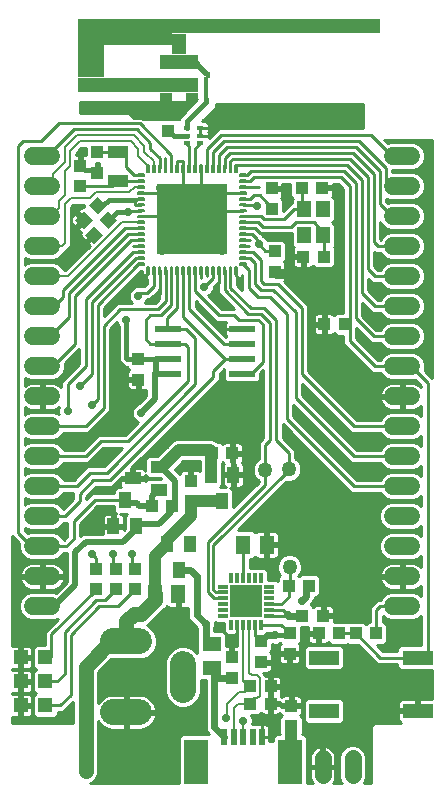
<source format=gbr>
G75*
G70*
%OFA0B0*%
%FSLAX24Y24*%
%IPPOS*%
%LPD*%
%AMOC8*
5,1,8,0,0,1.08239X$1,22.5*
%
%ADD10R,0.0394X0.0551*%
%ADD11C,0.0059*%
%ADD12R,0.2362X0.2362*%
%ADD13R,0.0413X0.0425*%
%ADD14R,0.0866X0.0236*%
%ADD15R,0.0425X0.0413*%
%ADD16R,0.0394X0.0433*%
%ADD17R,0.0433X0.0394*%
%ADD18R,0.0472X0.0472*%
%ADD19R,0.0236X0.0157*%
%ADD20R,0.0858X0.0508*%
%ADD21R,0.1890X0.0508*%
%ADD22R,0.1260X0.0508*%
%ADD23R,0.1260X0.0476*%
%ADD24R,0.0858X0.1051*%
%ADD25R,0.0472X0.0709*%
%ADD26R,0.3142X0.0394*%
%ADD27R,0.0394X0.0291*%
%ADD28R,0.6457X0.0476*%
%ADD29R,0.3614X0.0476*%
%ADD30R,0.0181X0.0799*%
%ADD31R,0.0181X0.0469*%
%ADD32R,0.0094X0.0094*%
%ADD33C,0.0000*%
%ADD34C,0.0001*%
%ADD35C,0.0860*%
%ADD36R,0.0512X0.0630*%
%ADD37R,0.1000X0.0500*%
%ADD38C,0.0600*%
%ADD39R,0.0551X0.0394*%
%ADD40C,0.0500*%
%ADD41C,0.0560*%
%ADD42R,0.0197X0.0551*%
%ADD43R,0.0787X0.1496*%
%ADD44R,0.0120X0.0320*%
%ADD45R,0.0320X0.0120*%
%ADD46R,0.1100X0.1100*%
%ADD47R,0.0630X0.0512*%
%ADD48R,0.0709X0.0394*%
%ADD49R,0.0453X0.0551*%
%ADD50C,0.0100*%
%ADD51C,0.0160*%
%ADD52C,0.0290*%
%ADD53C,0.0200*%
%ADD54C,0.0400*%
%ADD55C,0.0240*%
%ADD56C,0.0500*%
%ADD57C,0.0080*%
%ADD58C,0.0180*%
D10*
X009450Y011716D03*
X009076Y012582D03*
X009824Y012582D03*
X010900Y014016D03*
X010526Y014882D03*
X011274Y014882D03*
X008024Y013166D03*
X007650Y014032D03*
X007276Y013166D03*
D11*
X008394Y021587D02*
X008394Y021805D01*
X008454Y021805D01*
X008454Y021587D01*
X008394Y021587D01*
X008394Y021645D02*
X008454Y021645D01*
X008454Y021703D02*
X008394Y021703D01*
X008394Y021761D02*
X008454Y021761D01*
X008590Y021805D02*
X008590Y021587D01*
X008590Y021805D02*
X008650Y021805D01*
X008650Y021587D01*
X008590Y021587D01*
X008590Y021645D02*
X008650Y021645D01*
X008650Y021703D02*
X008590Y021703D01*
X008590Y021761D02*
X008650Y021761D01*
X008787Y021805D02*
X008787Y021587D01*
X008787Y021805D02*
X008847Y021805D01*
X008847Y021587D01*
X008787Y021587D01*
X008787Y021645D02*
X008847Y021645D01*
X008847Y021703D02*
X008787Y021703D01*
X008787Y021761D02*
X008847Y021761D01*
X008984Y021805D02*
X008984Y021587D01*
X008984Y021805D02*
X009044Y021805D01*
X009044Y021587D01*
X008984Y021587D01*
X008984Y021645D02*
X009044Y021645D01*
X009044Y021703D02*
X008984Y021703D01*
X008984Y021761D02*
X009044Y021761D01*
X009181Y021805D02*
X009181Y021587D01*
X009181Y021805D02*
X009241Y021805D01*
X009241Y021587D01*
X009181Y021587D01*
X009181Y021645D02*
X009241Y021645D01*
X009241Y021703D02*
X009181Y021703D01*
X009181Y021761D02*
X009241Y021761D01*
X009378Y021805D02*
X009378Y021587D01*
X009378Y021805D02*
X009438Y021805D01*
X009438Y021587D01*
X009378Y021587D01*
X009378Y021645D02*
X009438Y021645D01*
X009438Y021703D02*
X009378Y021703D01*
X009378Y021761D02*
X009438Y021761D01*
X009575Y021805D02*
X009575Y021587D01*
X009575Y021805D02*
X009635Y021805D01*
X009635Y021587D01*
X009575Y021587D01*
X009575Y021645D02*
X009635Y021645D01*
X009635Y021703D02*
X009575Y021703D01*
X009575Y021761D02*
X009635Y021761D01*
X009772Y021805D02*
X009772Y021587D01*
X009772Y021805D02*
X009832Y021805D01*
X009832Y021587D01*
X009772Y021587D01*
X009772Y021645D02*
X009832Y021645D01*
X009832Y021703D02*
X009772Y021703D01*
X009772Y021761D02*
X009832Y021761D01*
X009968Y021805D02*
X009968Y021587D01*
X009968Y021805D02*
X010028Y021805D01*
X010028Y021587D01*
X009968Y021587D01*
X009968Y021645D02*
X010028Y021645D01*
X010028Y021703D02*
X009968Y021703D01*
X009968Y021761D02*
X010028Y021761D01*
X010165Y021805D02*
X010165Y021587D01*
X010165Y021805D02*
X010225Y021805D01*
X010225Y021587D01*
X010165Y021587D01*
X010165Y021645D02*
X010225Y021645D01*
X010225Y021703D02*
X010165Y021703D01*
X010165Y021761D02*
X010225Y021761D01*
X010362Y021805D02*
X010362Y021587D01*
X010362Y021805D02*
X010422Y021805D01*
X010422Y021587D01*
X010362Y021587D01*
X010362Y021645D02*
X010422Y021645D01*
X010422Y021703D02*
X010362Y021703D01*
X010362Y021761D02*
X010422Y021761D01*
X010559Y021805D02*
X010559Y021587D01*
X010559Y021805D02*
X010619Y021805D01*
X010619Y021587D01*
X010559Y021587D01*
X010559Y021645D02*
X010619Y021645D01*
X010619Y021703D02*
X010559Y021703D01*
X010559Y021761D02*
X010619Y021761D01*
X010756Y021805D02*
X010756Y021587D01*
X010756Y021805D02*
X010816Y021805D01*
X010816Y021587D01*
X010756Y021587D01*
X010756Y021645D02*
X010816Y021645D01*
X010816Y021703D02*
X010756Y021703D01*
X010756Y021761D02*
X010816Y021761D01*
X010953Y021805D02*
X010953Y021587D01*
X010953Y021805D02*
X011013Y021805D01*
X011013Y021587D01*
X010953Y021587D01*
X010953Y021645D02*
X011013Y021645D01*
X011013Y021703D02*
X010953Y021703D01*
X010953Y021761D02*
X011013Y021761D01*
X011150Y021805D02*
X011150Y021587D01*
X011150Y021805D02*
X011210Y021805D01*
X011210Y021587D01*
X011150Y021587D01*
X011150Y021645D02*
X011210Y021645D01*
X011210Y021703D02*
X011150Y021703D01*
X011150Y021761D02*
X011210Y021761D01*
X011346Y021805D02*
X011346Y021587D01*
X011346Y021805D02*
X011406Y021805D01*
X011406Y021587D01*
X011346Y021587D01*
X011346Y021645D02*
X011406Y021645D01*
X011406Y021703D02*
X011346Y021703D01*
X011346Y021761D02*
X011406Y021761D01*
X011494Y021892D02*
X011494Y021952D01*
X011712Y021952D01*
X011712Y021892D01*
X011494Y021892D01*
X011494Y021950D02*
X011712Y021950D01*
X011494Y022089D02*
X011494Y022149D01*
X011712Y022149D01*
X011712Y022089D01*
X011494Y022089D01*
X011494Y022147D02*
X011712Y022147D01*
X011494Y022286D02*
X011494Y022346D01*
X011712Y022346D01*
X011712Y022286D01*
X011494Y022286D01*
X011494Y022344D02*
X011712Y022344D01*
X011494Y022483D02*
X011494Y022543D01*
X011712Y022543D01*
X011712Y022483D01*
X011494Y022483D01*
X011494Y022541D02*
X011712Y022541D01*
X011494Y022680D02*
X011494Y022740D01*
X011712Y022740D01*
X011712Y022680D01*
X011494Y022680D01*
X011494Y022738D02*
X011712Y022738D01*
X011494Y022877D02*
X011494Y022937D01*
X011712Y022937D01*
X011712Y022877D01*
X011494Y022877D01*
X011494Y022935D02*
X011712Y022935D01*
X011494Y023073D02*
X011494Y023133D01*
X011712Y023133D01*
X011712Y023073D01*
X011494Y023073D01*
X011494Y023131D02*
X011712Y023131D01*
X011494Y023270D02*
X011494Y023330D01*
X011712Y023330D01*
X011712Y023270D01*
X011494Y023270D01*
X011494Y023328D02*
X011712Y023328D01*
X011494Y023467D02*
X011494Y023527D01*
X011712Y023527D01*
X011712Y023467D01*
X011494Y023467D01*
X011494Y023525D02*
X011712Y023525D01*
X011494Y023664D02*
X011494Y023724D01*
X011712Y023724D01*
X011712Y023664D01*
X011494Y023664D01*
X011494Y023722D02*
X011712Y023722D01*
X011494Y023861D02*
X011494Y023921D01*
X011712Y023921D01*
X011712Y023861D01*
X011494Y023861D01*
X011494Y023919D02*
X011712Y023919D01*
X011494Y024058D02*
X011494Y024118D01*
X011712Y024118D01*
X011712Y024058D01*
X011494Y024058D01*
X011494Y024116D02*
X011712Y024116D01*
X011494Y024255D02*
X011494Y024315D01*
X011712Y024315D01*
X011712Y024255D01*
X011494Y024255D01*
X011494Y024313D02*
X011712Y024313D01*
X011494Y024451D02*
X011494Y024511D01*
X011712Y024511D01*
X011712Y024451D01*
X011494Y024451D01*
X011494Y024509D02*
X011712Y024509D01*
X011494Y024648D02*
X011494Y024708D01*
X011712Y024708D01*
X011712Y024648D01*
X011494Y024648D01*
X011494Y024706D02*
X011712Y024706D01*
X011494Y024845D02*
X011494Y024905D01*
X011712Y024905D01*
X011712Y024845D01*
X011494Y024845D01*
X011494Y024903D02*
X011712Y024903D01*
X011346Y024992D02*
X011346Y025210D01*
X011406Y025210D01*
X011406Y024992D01*
X011346Y024992D01*
X011346Y025050D02*
X011406Y025050D01*
X011406Y025108D02*
X011346Y025108D01*
X011346Y025166D02*
X011406Y025166D01*
X011150Y025210D02*
X011150Y024992D01*
X011150Y025210D02*
X011210Y025210D01*
X011210Y024992D01*
X011150Y024992D01*
X011150Y025050D02*
X011210Y025050D01*
X011210Y025108D02*
X011150Y025108D01*
X011150Y025166D02*
X011210Y025166D01*
X010953Y025210D02*
X010953Y024992D01*
X010953Y025210D02*
X011013Y025210D01*
X011013Y024992D01*
X010953Y024992D01*
X010953Y025050D02*
X011013Y025050D01*
X011013Y025108D02*
X010953Y025108D01*
X010953Y025166D02*
X011013Y025166D01*
X010756Y025210D02*
X010756Y024992D01*
X010756Y025210D02*
X010816Y025210D01*
X010816Y024992D01*
X010756Y024992D01*
X010756Y025050D02*
X010816Y025050D01*
X010816Y025108D02*
X010756Y025108D01*
X010756Y025166D02*
X010816Y025166D01*
X010559Y025210D02*
X010559Y024992D01*
X010559Y025210D02*
X010619Y025210D01*
X010619Y024992D01*
X010559Y024992D01*
X010559Y025050D02*
X010619Y025050D01*
X010619Y025108D02*
X010559Y025108D01*
X010559Y025166D02*
X010619Y025166D01*
X010362Y025210D02*
X010362Y024992D01*
X010362Y025210D02*
X010422Y025210D01*
X010422Y024992D01*
X010362Y024992D01*
X010362Y025050D02*
X010422Y025050D01*
X010422Y025108D02*
X010362Y025108D01*
X010362Y025166D02*
X010422Y025166D01*
X010165Y025210D02*
X010165Y024992D01*
X010165Y025210D02*
X010225Y025210D01*
X010225Y024992D01*
X010165Y024992D01*
X010165Y025050D02*
X010225Y025050D01*
X010225Y025108D02*
X010165Y025108D01*
X010165Y025166D02*
X010225Y025166D01*
X009968Y025210D02*
X009968Y024992D01*
X009968Y025210D02*
X010028Y025210D01*
X010028Y024992D01*
X009968Y024992D01*
X009968Y025050D02*
X010028Y025050D01*
X010028Y025108D02*
X009968Y025108D01*
X009968Y025166D02*
X010028Y025166D01*
X009772Y025210D02*
X009772Y024992D01*
X009772Y025210D02*
X009832Y025210D01*
X009832Y024992D01*
X009772Y024992D01*
X009772Y025050D02*
X009832Y025050D01*
X009832Y025108D02*
X009772Y025108D01*
X009772Y025166D02*
X009832Y025166D01*
X009575Y025210D02*
X009575Y024992D01*
X009575Y025210D02*
X009635Y025210D01*
X009635Y024992D01*
X009575Y024992D01*
X009575Y025050D02*
X009635Y025050D01*
X009635Y025108D02*
X009575Y025108D01*
X009575Y025166D02*
X009635Y025166D01*
X009378Y025210D02*
X009378Y024992D01*
X009378Y025210D02*
X009438Y025210D01*
X009438Y024992D01*
X009378Y024992D01*
X009378Y025050D02*
X009438Y025050D01*
X009438Y025108D02*
X009378Y025108D01*
X009378Y025166D02*
X009438Y025166D01*
X009181Y025210D02*
X009181Y024992D01*
X009181Y025210D02*
X009241Y025210D01*
X009241Y024992D01*
X009181Y024992D01*
X009181Y025050D02*
X009241Y025050D01*
X009241Y025108D02*
X009181Y025108D01*
X009181Y025166D02*
X009241Y025166D01*
X008984Y025210D02*
X008984Y024992D01*
X008984Y025210D02*
X009044Y025210D01*
X009044Y024992D01*
X008984Y024992D01*
X008984Y025050D02*
X009044Y025050D01*
X009044Y025108D02*
X008984Y025108D01*
X008984Y025166D02*
X009044Y025166D01*
X008787Y025210D02*
X008787Y024992D01*
X008787Y025210D02*
X008847Y025210D01*
X008847Y024992D01*
X008787Y024992D01*
X008787Y025050D02*
X008847Y025050D01*
X008847Y025108D02*
X008787Y025108D01*
X008787Y025166D02*
X008847Y025166D01*
X008590Y025210D02*
X008590Y024992D01*
X008590Y025210D02*
X008650Y025210D01*
X008650Y024992D01*
X008590Y024992D01*
X008590Y025050D02*
X008650Y025050D01*
X008650Y025108D02*
X008590Y025108D01*
X008590Y025166D02*
X008650Y025166D01*
X008394Y025210D02*
X008394Y024992D01*
X008394Y025210D02*
X008454Y025210D01*
X008454Y024992D01*
X008394Y024992D01*
X008394Y025050D02*
X008454Y025050D01*
X008454Y025108D02*
X008394Y025108D01*
X008394Y025166D02*
X008454Y025166D01*
X008088Y024905D02*
X008088Y024845D01*
X008088Y024905D02*
X008306Y024905D01*
X008306Y024845D01*
X008088Y024845D01*
X008088Y024903D02*
X008306Y024903D01*
X008088Y024708D02*
X008088Y024648D01*
X008088Y024708D02*
X008306Y024708D01*
X008306Y024648D01*
X008088Y024648D01*
X008088Y024706D02*
X008306Y024706D01*
X008088Y024511D02*
X008088Y024451D01*
X008088Y024511D02*
X008306Y024511D01*
X008306Y024451D01*
X008088Y024451D01*
X008088Y024509D02*
X008306Y024509D01*
X008088Y024315D02*
X008088Y024255D01*
X008088Y024315D02*
X008306Y024315D01*
X008306Y024255D01*
X008088Y024255D01*
X008088Y024313D02*
X008306Y024313D01*
X008088Y024118D02*
X008088Y024058D01*
X008088Y024118D02*
X008306Y024118D01*
X008306Y024058D01*
X008088Y024058D01*
X008088Y024116D02*
X008306Y024116D01*
X008088Y023921D02*
X008088Y023861D01*
X008088Y023921D02*
X008306Y023921D01*
X008306Y023861D01*
X008088Y023861D01*
X008088Y023919D02*
X008306Y023919D01*
X008088Y023724D02*
X008088Y023664D01*
X008088Y023724D02*
X008306Y023724D01*
X008306Y023664D01*
X008088Y023664D01*
X008088Y023722D02*
X008306Y023722D01*
X008088Y023527D02*
X008088Y023467D01*
X008088Y023527D02*
X008306Y023527D01*
X008306Y023467D01*
X008088Y023467D01*
X008088Y023525D02*
X008306Y023525D01*
X008088Y023330D02*
X008088Y023270D01*
X008088Y023330D02*
X008306Y023330D01*
X008306Y023270D01*
X008088Y023270D01*
X008088Y023328D02*
X008306Y023328D01*
X008088Y023133D02*
X008088Y023073D01*
X008088Y023133D02*
X008306Y023133D01*
X008306Y023073D01*
X008088Y023073D01*
X008088Y023131D02*
X008306Y023131D01*
X008088Y022937D02*
X008088Y022877D01*
X008088Y022937D02*
X008306Y022937D01*
X008306Y022877D01*
X008088Y022877D01*
X008088Y022935D02*
X008306Y022935D01*
X008088Y022740D02*
X008088Y022680D01*
X008088Y022740D02*
X008306Y022740D01*
X008306Y022680D01*
X008088Y022680D01*
X008088Y022738D02*
X008306Y022738D01*
X008088Y022543D02*
X008088Y022483D01*
X008088Y022543D02*
X008306Y022543D01*
X008306Y022483D01*
X008088Y022483D01*
X008088Y022541D02*
X008306Y022541D01*
X008088Y022346D02*
X008088Y022286D01*
X008088Y022346D02*
X008306Y022346D01*
X008306Y022286D01*
X008088Y022286D01*
X008088Y022344D02*
X008306Y022344D01*
X008088Y022149D02*
X008088Y022089D01*
X008088Y022149D02*
X008306Y022149D01*
X008306Y022089D01*
X008088Y022089D01*
X008088Y022147D02*
X008306Y022147D01*
X008088Y021952D02*
X008088Y021892D01*
X008088Y021952D02*
X008306Y021952D01*
X008306Y021892D01*
X008088Y021892D01*
X008088Y021950D02*
X008306Y021950D01*
D12*
X009900Y023399D03*
D13*
G36*
X006819Y023376D02*
X007110Y023667D01*
X007409Y023368D01*
X007118Y023077D01*
X006819Y023376D01*
G37*
G36*
X006479Y023866D02*
X006770Y024157D01*
X007069Y023858D01*
X006778Y023567D01*
X006479Y023866D01*
G37*
G36*
X005991Y023379D02*
X006282Y023670D01*
X006581Y023371D01*
X006290Y023080D01*
X005991Y023379D01*
G37*
G36*
X006331Y022889D02*
X006622Y023180D01*
X006921Y022881D01*
X006630Y022590D01*
X006331Y022889D01*
G37*
X010556Y015599D03*
X011244Y015599D03*
X014306Y019899D03*
X014994Y019899D03*
X014294Y022149D03*
X013606Y022149D03*
X013556Y024449D03*
X014244Y024449D03*
X014264Y010189D03*
X013576Y010189D03*
X012514Y007829D03*
X012514Y007249D03*
X011826Y007249D03*
X011826Y007829D03*
D14*
X011574Y018249D03*
X011574Y018749D03*
X011574Y019249D03*
X011574Y019749D03*
X009093Y019749D03*
X009093Y019249D03*
X009093Y018749D03*
X009093Y018249D03*
D15*
X008100Y018054D03*
X008100Y018743D03*
X009850Y014693D03*
X009850Y014004D03*
X013150Y009613D03*
X013150Y008924D03*
X012190Y008644D03*
X012190Y009333D03*
X011230Y008813D03*
X011230Y008124D03*
X012650Y021654D03*
X012650Y022343D03*
X012550Y023754D03*
X012550Y024443D03*
X009100Y026354D03*
X009100Y027043D03*
X006740Y025643D03*
X006740Y024954D03*
X006180Y025193D03*
X006180Y024504D03*
D16*
X008565Y013849D03*
X009235Y013849D03*
X013115Y011189D03*
X013785Y011189D03*
X014115Y009599D03*
X014785Y009599D03*
X015365Y009599D03*
X016035Y009599D03*
D17*
X013200Y007183D03*
X013200Y006514D03*
X008000Y011064D03*
X007350Y011064D03*
X007350Y011733D03*
X008000Y011733D03*
X006700Y011733D03*
X006700Y011064D03*
D18*
X005013Y008799D03*
X005013Y007999D03*
X005013Y007199D03*
X004187Y007199D03*
X004187Y007999D03*
X004187Y008799D03*
D19*
X009728Y025937D03*
X009728Y026192D03*
X009728Y026448D03*
X010180Y026448D03*
X010180Y026192D03*
X010180Y025937D03*
D20*
X006529Y027894D03*
D21*
X007903Y027894D03*
D22*
X009478Y027894D03*
D23*
X009478Y028646D03*
D24*
X006529Y028674D03*
D25*
X009478Y029239D03*
D26*
X007671Y029396D03*
D27*
X009045Y027494D03*
X009911Y027494D03*
D28*
X012943Y029831D03*
D29*
X007907Y029831D03*
D30*
X010376Y027748D03*
D31*
G36*
X010459Y028313D02*
X010331Y028185D01*
X010001Y028515D01*
X010129Y028643D01*
X010459Y028313D01*
G37*
D32*
X010332Y028195D03*
D33*
X010380Y028235D02*
X010458Y028313D01*
X010466Y028305D01*
X010466Y028148D01*
X010380Y028148D01*
X010380Y028235D01*
X010120Y028616D02*
X010135Y028632D01*
X010135Y028636D01*
X010108Y028664D01*
X010096Y028664D01*
X010096Y028620D01*
X010100Y028616D01*
X010120Y028616D01*
D34*
X010120Y028617D02*
X010100Y028617D01*
X010099Y028618D02*
X010121Y028618D01*
X010122Y028619D02*
X010098Y028619D01*
X010097Y028619D02*
X010123Y028619D01*
X010123Y028620D02*
X010096Y028620D01*
X010096Y028621D02*
X010124Y028621D01*
X010125Y028622D02*
X010096Y028622D01*
X010096Y028623D02*
X010126Y028623D01*
X010127Y028623D02*
X010096Y028623D01*
X010096Y028624D02*
X010127Y028624D01*
X010128Y028625D02*
X010096Y028625D01*
X010096Y028626D02*
X010129Y028626D01*
X010130Y028627D02*
X010096Y028627D01*
X010131Y028627D01*
X010131Y028628D02*
X010096Y028628D01*
X010096Y028629D02*
X010132Y028629D01*
X010133Y028630D02*
X010096Y028630D01*
X010096Y028631D02*
X010134Y028631D01*
X010135Y028631D02*
X010096Y028631D01*
X010096Y028632D02*
X010135Y028632D01*
X010135Y028633D02*
X010096Y028633D01*
X010096Y028634D02*
X010135Y028634D01*
X010135Y028635D02*
X010096Y028635D01*
X010135Y028635D01*
X010135Y028636D02*
X010096Y028636D01*
X010096Y028637D02*
X010135Y028637D01*
X010134Y028638D02*
X010096Y028638D01*
X010096Y028639D02*
X010133Y028639D01*
X010132Y028639D02*
X010096Y028639D01*
X010096Y028640D02*
X010131Y028640D01*
X010131Y028641D02*
X010096Y028641D01*
X010096Y028642D02*
X010130Y028642D01*
X010129Y028643D02*
X010096Y028643D01*
X010128Y028643D01*
X010127Y028644D02*
X010096Y028644D01*
X010096Y028645D02*
X010127Y028645D01*
X010126Y028646D02*
X010096Y028646D01*
X010096Y028647D02*
X010125Y028647D01*
X010124Y028647D02*
X010096Y028647D01*
X010096Y028648D02*
X010123Y028648D01*
X010123Y028649D02*
X010096Y028649D01*
X010096Y028650D02*
X010122Y028650D01*
X010121Y028651D02*
X010096Y028651D01*
X010120Y028651D01*
X010119Y028652D02*
X010096Y028652D01*
X010096Y028653D02*
X010119Y028653D01*
X010118Y028654D02*
X010096Y028654D01*
X010096Y028655D02*
X010117Y028655D01*
X010116Y028655D02*
X010096Y028655D01*
X010096Y028656D02*
X010115Y028656D01*
X010114Y028657D02*
X010096Y028657D01*
X010096Y028658D02*
X010114Y028658D01*
X010113Y028659D02*
X010096Y028659D01*
X010112Y028659D01*
X010111Y028660D02*
X010096Y028660D01*
X010096Y028661D02*
X010110Y028661D01*
X010110Y028662D02*
X010096Y028662D01*
X010096Y028663D02*
X010109Y028663D01*
X010108Y028664D02*
X010096Y028664D01*
X010453Y028308D02*
X010464Y028308D01*
X010463Y028308D02*
X010453Y028308D01*
X010454Y028309D02*
X010462Y028309D01*
X010462Y028310D02*
X010455Y028310D01*
X010456Y028311D02*
X010461Y028311D01*
X010460Y028312D02*
X010457Y028312D01*
X010459Y028312D01*
X010458Y028313D02*
X010458Y028313D01*
X010452Y028307D02*
X010465Y028307D01*
X010466Y028306D02*
X010451Y028306D01*
X010450Y028305D02*
X010466Y028305D01*
X010466Y028304D02*
X010449Y028304D01*
X010466Y028304D01*
X010466Y028303D02*
X010448Y028303D01*
X010447Y028302D02*
X010466Y028302D01*
X010466Y028301D02*
X010446Y028301D01*
X010445Y028300D02*
X010466Y028300D01*
X010445Y028300D01*
X010444Y028299D02*
X010466Y028299D01*
X010466Y028298D02*
X010443Y028298D01*
X010442Y028297D02*
X010466Y028297D01*
X010466Y028296D02*
X010441Y028296D01*
X010466Y028296D01*
X010466Y028295D02*
X010440Y028295D01*
X010439Y028294D02*
X010466Y028294D01*
X010466Y028293D02*
X010438Y028293D01*
X010437Y028292D02*
X010466Y028292D01*
X010436Y028292D01*
X010436Y028291D02*
X010466Y028291D01*
X010466Y028290D02*
X010435Y028290D01*
X010434Y028289D02*
X010466Y028289D01*
X010466Y028288D02*
X010433Y028288D01*
X010432Y028288D02*
X010466Y028288D01*
X010466Y028287D02*
X010432Y028287D01*
X010431Y028286D02*
X010466Y028286D01*
X010466Y028285D02*
X010430Y028285D01*
X010429Y028284D02*
X010466Y028284D01*
X010428Y028284D01*
X010428Y028283D02*
X010466Y028283D01*
X010466Y028282D02*
X010427Y028282D01*
X010426Y028281D02*
X010466Y028281D01*
X010466Y028280D02*
X010425Y028280D01*
X010424Y028279D02*
X010466Y028279D01*
X010424Y028279D01*
X010423Y028278D02*
X010466Y028278D01*
X010466Y028277D02*
X010422Y028277D01*
X010421Y028276D02*
X010466Y028276D01*
X010466Y028275D02*
X010420Y028275D01*
X010466Y028275D01*
X010466Y028274D02*
X010419Y028274D01*
X010418Y028273D02*
X010466Y028273D01*
X010466Y028272D02*
X010417Y028272D01*
X010416Y028271D02*
X010466Y028271D01*
X010416Y028271D01*
X010415Y028270D02*
X010466Y028270D01*
X010466Y028269D02*
X010414Y028269D01*
X010413Y028268D02*
X010466Y028268D01*
X010466Y028267D02*
X010412Y028267D01*
X010466Y028267D01*
X010466Y028266D02*
X010411Y028266D01*
X010410Y028265D02*
X010466Y028265D01*
X010466Y028264D02*
X010409Y028264D01*
X010408Y028263D02*
X010466Y028263D01*
X010408Y028263D01*
X010407Y028262D02*
X010466Y028262D01*
X010466Y028261D02*
X010406Y028261D01*
X010405Y028260D02*
X010466Y028260D01*
X010466Y028259D02*
X010404Y028259D01*
X010466Y028259D01*
X010466Y028258D02*
X010403Y028258D01*
X010402Y028257D02*
X010466Y028257D01*
X010466Y028256D02*
X010401Y028256D01*
X010400Y028255D02*
X010466Y028255D01*
X010400Y028255D01*
X010399Y028254D02*
X010466Y028254D01*
X010466Y028253D02*
X010398Y028253D01*
X010397Y028252D02*
X010466Y028252D01*
X010466Y028251D02*
X010396Y028251D01*
X010466Y028251D01*
X010466Y028250D02*
X010395Y028250D01*
X010394Y028249D02*
X010466Y028249D01*
X010466Y028248D02*
X010393Y028248D01*
X010392Y028247D02*
X010466Y028247D01*
X010392Y028247D01*
X010391Y028246D02*
X010466Y028246D01*
X010466Y028245D02*
X010390Y028245D01*
X010389Y028244D02*
X010466Y028244D01*
X010466Y028243D02*
X010388Y028243D01*
X010387Y028243D02*
X010466Y028243D01*
X010466Y028242D02*
X010387Y028242D01*
X010386Y028241D02*
X010466Y028241D01*
X010466Y028240D02*
X010385Y028240D01*
X010384Y028239D02*
X010466Y028239D01*
X010383Y028239D01*
X010383Y028238D02*
X010466Y028238D01*
X010466Y028237D02*
X010382Y028237D01*
X010381Y028236D02*
X010466Y028236D01*
X010466Y028235D02*
X010380Y028235D01*
X010380Y028234D02*
X010466Y028234D01*
X010380Y028234D01*
X010380Y028233D02*
X010466Y028233D01*
X010466Y028232D02*
X010380Y028232D01*
X010380Y028231D02*
X010466Y028231D01*
X010466Y028230D02*
X010380Y028230D01*
X010466Y028230D01*
X010466Y028229D02*
X010380Y028229D01*
X010380Y028228D02*
X010466Y028228D01*
X010466Y028227D02*
X010380Y028227D01*
X010380Y028226D02*
X010466Y028226D01*
X010380Y028226D01*
X010380Y028225D02*
X010466Y028225D01*
X010466Y028224D02*
X010380Y028224D01*
X010380Y028223D02*
X010466Y028223D01*
X010466Y028222D02*
X010380Y028222D01*
X010466Y028222D01*
X010466Y028221D02*
X010380Y028221D01*
X010380Y028220D02*
X010466Y028220D01*
X010466Y028219D02*
X010380Y028219D01*
X010380Y028218D02*
X010466Y028218D01*
X010380Y028218D01*
X010380Y028217D02*
X010466Y028217D01*
X010466Y028216D02*
X010380Y028216D01*
X010380Y028215D02*
X010466Y028215D01*
X010466Y028214D02*
X010380Y028214D01*
X010466Y028214D01*
X010466Y028213D02*
X010380Y028213D01*
X010380Y028212D02*
X010466Y028212D01*
X010466Y028211D02*
X010380Y028211D01*
X010380Y028210D02*
X010466Y028210D01*
X010380Y028210D01*
X010380Y028209D02*
X010466Y028209D01*
X010466Y028208D02*
X010380Y028208D01*
X010380Y028207D02*
X010466Y028207D01*
X010466Y028206D02*
X010380Y028206D01*
X010466Y028206D01*
X010466Y028205D02*
X010380Y028205D01*
X010380Y028204D02*
X010466Y028204D01*
X010466Y028203D02*
X010380Y028203D01*
X010380Y028202D02*
X010466Y028202D01*
X010380Y028202D01*
X010380Y028201D02*
X010466Y028201D01*
X010466Y028200D02*
X010380Y028200D01*
X010380Y028199D02*
X010466Y028199D01*
X010466Y028198D02*
X010380Y028198D01*
X010466Y028198D01*
X010466Y028197D02*
X010380Y028197D01*
X010380Y028196D02*
X010466Y028196D01*
X010466Y028195D02*
X010380Y028195D01*
X010380Y028194D02*
X010466Y028194D01*
X010380Y028194D01*
X010380Y028193D02*
X010466Y028193D01*
X010466Y028192D02*
X010380Y028192D01*
X010380Y028191D02*
X010466Y028191D01*
X010466Y028190D02*
X010380Y028190D01*
X010466Y028190D01*
X010466Y028189D02*
X010380Y028189D01*
X010380Y028188D02*
X010466Y028188D01*
X010466Y028187D02*
X010380Y028187D01*
X010380Y028186D02*
X010466Y028186D01*
X010466Y028185D02*
X010380Y028185D01*
X010466Y028185D01*
X010466Y028184D02*
X010380Y028184D01*
X010380Y028183D02*
X010466Y028183D01*
X010466Y028182D02*
X010380Y028182D01*
X010380Y028181D02*
X010466Y028181D01*
X010380Y028181D01*
X010380Y028180D02*
X010466Y028180D01*
X010466Y028179D02*
X010380Y028179D01*
X010380Y028178D02*
X010466Y028178D01*
X010466Y028177D02*
X010380Y028177D01*
X010466Y028177D01*
X010466Y028176D02*
X010380Y028176D01*
X010380Y028175D02*
X010466Y028175D01*
X010466Y028174D02*
X010380Y028174D01*
X010380Y028173D02*
X010466Y028173D01*
X010380Y028173D01*
X010380Y028172D02*
X010466Y028172D01*
X010466Y028171D02*
X010380Y028171D01*
X010380Y028170D02*
X010466Y028170D01*
X010466Y028169D02*
X010380Y028169D01*
X010466Y028169D01*
X010466Y028168D02*
X010380Y028168D01*
X010380Y028167D02*
X010466Y028167D01*
X010466Y028166D02*
X010380Y028166D01*
X010380Y028165D02*
X010466Y028165D01*
X010380Y028165D01*
X010380Y028164D02*
X010466Y028164D01*
X010466Y028163D02*
X010380Y028163D01*
X010380Y028162D02*
X010466Y028162D01*
X010466Y028161D02*
X010380Y028161D01*
X010466Y028161D01*
X010466Y028160D02*
X010380Y028160D01*
X010380Y028159D02*
X010466Y028159D01*
X010466Y028158D02*
X010380Y028158D01*
X010380Y028157D02*
X010466Y028157D01*
X010380Y028157D01*
X010380Y028156D02*
X010466Y028156D01*
X010466Y028155D02*
X010380Y028155D01*
X010380Y028154D02*
X010466Y028154D01*
X010466Y028153D02*
X010380Y028153D01*
X010466Y028153D01*
X010466Y028152D02*
X010380Y028152D01*
X010380Y028151D02*
X010466Y028151D01*
X010466Y028150D02*
X010380Y028150D01*
X010380Y028149D02*
X010466Y028149D01*
X010380Y028149D01*
D35*
X008130Y009330D02*
X007270Y009330D01*
X007270Y006968D02*
X008130Y006968D01*
X009590Y007719D02*
X009590Y008579D01*
D36*
X009444Y010899D03*
X008656Y010899D03*
X011596Y012559D03*
X012384Y012559D03*
D37*
X014285Y008785D03*
X014285Y007013D03*
X017415Y007013D03*
X017415Y008785D03*
D38*
X017200Y010499D02*
X016600Y010499D01*
X016600Y011499D02*
X017200Y011499D01*
X017200Y012499D02*
X016600Y012499D01*
X016600Y013499D02*
X017200Y013499D01*
X017200Y014499D02*
X016600Y014499D01*
X016600Y015499D02*
X017200Y015499D01*
X017200Y016499D02*
X016600Y016499D01*
X016600Y017499D02*
X017200Y017499D01*
X017200Y018499D02*
X016600Y018499D01*
X016600Y019499D02*
X017200Y019499D01*
X017200Y020499D02*
X016600Y020499D01*
X016600Y021499D02*
X017200Y021499D01*
X017200Y022499D02*
X016600Y022499D01*
X016600Y023499D02*
X017200Y023499D01*
X017200Y024499D02*
X016600Y024499D01*
X016600Y025499D02*
X017200Y025499D01*
X005200Y025499D02*
X004600Y025499D01*
X004600Y024499D02*
X005200Y024499D01*
X005200Y023499D02*
X004600Y023499D01*
X004600Y022499D02*
X005200Y022499D01*
X005200Y021499D02*
X004600Y021499D01*
X004600Y020499D02*
X005200Y020499D01*
X005200Y019499D02*
X004600Y019499D01*
X004600Y018499D02*
X005200Y018499D01*
X005200Y017499D02*
X004600Y017499D01*
X004600Y016499D02*
X005200Y016499D01*
X005200Y015499D02*
X004600Y015499D01*
X004600Y014499D02*
X005200Y014499D01*
X005200Y013499D02*
X004600Y013499D01*
X004600Y012499D02*
X005200Y012499D01*
X005200Y011499D02*
X004600Y011499D01*
X004600Y010499D02*
X005200Y010499D01*
D39*
X007921Y014765D03*
X008787Y014391D03*
X008787Y015139D03*
D40*
X012334Y015053D03*
X013126Y015065D03*
X013150Y011809D03*
D41*
X014250Y005429D02*
X014250Y004869D01*
X015250Y004869D02*
X015250Y005429D01*
D42*
X012230Y006140D03*
X011915Y006140D03*
X011600Y006140D03*
X011285Y006140D03*
X010970Y006140D03*
D43*
X010025Y005313D03*
X013175Y005313D03*
D44*
X012190Y009889D03*
X012000Y009889D03*
X011800Y009889D03*
X011600Y009889D03*
X011400Y009889D03*
X011210Y009889D03*
X011210Y011448D03*
X011400Y011448D03*
X011600Y011448D03*
X011800Y011448D03*
X012000Y011448D03*
X012190Y011448D03*
D45*
X012479Y011159D03*
X012479Y010969D03*
X012479Y010769D03*
X012479Y010569D03*
X012479Y010369D03*
X012479Y010179D03*
X010921Y010179D03*
X010921Y010369D03*
X010921Y010569D03*
X010921Y010769D03*
X010921Y010969D03*
X010921Y011159D03*
D46*
X011700Y010669D03*
D47*
X010560Y009242D03*
X010560Y008455D03*
D48*
X007440Y024667D03*
X007440Y025651D03*
D49*
X013635Y023732D03*
X014265Y023732D03*
X014265Y022866D03*
X013635Y022866D03*
D50*
X003900Y006821D02*
X003900Y006619D01*
X005930Y006619D01*
X005930Y007318D01*
X005720Y007108D01*
X005591Y006979D01*
X005420Y006979D01*
X005420Y006892D01*
X005320Y006793D01*
X004707Y006793D01*
X004607Y006892D01*
X004607Y007505D01*
X004701Y007599D01*
X004607Y007692D01*
X004607Y008305D01*
X004701Y008399D01*
X004607Y008492D01*
X004607Y009105D01*
X004707Y009205D01*
X004993Y009205D01*
X004993Y009653D01*
X005122Y009782D01*
X005422Y010082D01*
X005293Y010029D01*
X004507Y010029D01*
X004334Y010100D01*
X004202Y010233D01*
X004130Y010405D01*
X004130Y010592D01*
X004202Y010765D01*
X004334Y010897D01*
X004507Y010969D01*
X005293Y010969D01*
X005360Y010941D01*
X005730Y011311D01*
X005730Y012279D01*
X005618Y012279D01*
X005598Y012233D01*
X005466Y012100D01*
X005293Y012029D01*
X004507Y012029D01*
X004334Y012100D01*
X004202Y012233D01*
X004130Y012405D01*
X004130Y012592D01*
X004135Y012603D01*
X003900Y012838D01*
X003900Y009177D01*
X003931Y009185D01*
X004137Y009185D01*
X004137Y008849D01*
X004237Y008849D01*
X004573Y008849D01*
X004573Y009055D01*
X004563Y009093D01*
X004543Y009127D01*
X004515Y009155D01*
X004481Y009175D01*
X004443Y009185D01*
X004237Y009185D01*
X004237Y008849D01*
X004237Y008749D01*
X004573Y008749D01*
X004573Y008543D01*
X004563Y008505D01*
X004543Y008470D01*
X004515Y008442D01*
X004481Y008423D01*
X004443Y008413D01*
X004237Y008413D01*
X004237Y008749D01*
X004137Y008749D01*
X004137Y008413D01*
X003931Y008413D01*
X003900Y008421D01*
X003900Y008377D01*
X003931Y008385D01*
X004137Y008385D01*
X004137Y008049D01*
X004237Y008049D01*
X004573Y008049D01*
X004573Y008255D01*
X004563Y008293D01*
X004543Y008327D01*
X004515Y008355D01*
X004481Y008375D01*
X004443Y008385D01*
X004237Y008385D01*
X004237Y008049D01*
X004237Y007949D01*
X004573Y007949D01*
X004573Y007743D01*
X004563Y007705D01*
X004543Y007670D01*
X004515Y007642D01*
X004481Y007623D01*
X004443Y007613D01*
X004237Y007613D01*
X004237Y007949D01*
X004137Y007949D01*
X004137Y007613D01*
X003931Y007613D01*
X003900Y007621D01*
X003900Y007577D01*
X003931Y007585D01*
X004137Y007585D01*
X004137Y007249D01*
X004237Y007249D01*
X004573Y007249D01*
X004573Y007455D01*
X004563Y007493D01*
X004543Y007527D01*
X004515Y007555D01*
X004481Y007575D01*
X004443Y007585D01*
X004237Y007585D01*
X004237Y007249D01*
X004237Y007149D01*
X004573Y007149D01*
X004573Y006943D01*
X004563Y006905D01*
X004543Y006870D01*
X004515Y006842D01*
X004481Y006823D01*
X004443Y006813D01*
X004237Y006813D01*
X004237Y007149D01*
X004137Y007149D01*
X004137Y006813D01*
X003931Y006813D01*
X003900Y006821D01*
X003900Y006811D02*
X004688Y006811D01*
X004607Y006910D02*
X004564Y006910D01*
X004573Y007008D02*
X004607Y007008D01*
X004607Y007107D02*
X004573Y007107D01*
X004607Y007205D02*
X004237Y007205D01*
X004237Y007107D02*
X004137Y007107D01*
X004137Y007008D02*
X004237Y007008D01*
X004237Y006910D02*
X004137Y006910D01*
X003900Y006713D02*
X005930Y006713D01*
X005930Y006811D02*
X005339Y006811D01*
X005420Y006910D02*
X005930Y006910D01*
X005930Y007008D02*
X005621Y007008D01*
X005719Y007107D02*
X005930Y007107D01*
X005930Y007205D02*
X005818Y007205D01*
X005916Y007304D02*
X005930Y007304D01*
X005850Y007549D02*
X005500Y007199D01*
X005013Y007199D01*
X004607Y007304D02*
X004573Y007304D01*
X004573Y007402D02*
X004607Y007402D01*
X004607Y007501D02*
X004558Y007501D01*
X004700Y007599D02*
X003900Y007599D01*
X004137Y007501D02*
X004237Y007501D01*
X004237Y007402D02*
X004137Y007402D01*
X004137Y007304D02*
X004237Y007304D01*
X004237Y007698D02*
X004137Y007698D01*
X004137Y007796D02*
X004237Y007796D01*
X004237Y007895D02*
X004137Y007895D01*
X004237Y007993D02*
X004607Y007993D01*
X004607Y007895D02*
X004573Y007895D01*
X004573Y007796D02*
X004607Y007796D01*
X004607Y007698D02*
X004559Y007698D01*
X004573Y008092D02*
X004607Y008092D01*
X004607Y008190D02*
X004573Y008190D01*
X004564Y008289D02*
X004607Y008289D01*
X004689Y008387D02*
X003900Y008387D01*
X004137Y008289D02*
X004237Y008289D01*
X004237Y008190D02*
X004137Y008190D01*
X004137Y008092D02*
X004237Y008092D01*
X004237Y008486D02*
X004137Y008486D01*
X004137Y008584D02*
X004237Y008584D01*
X004237Y008683D02*
X004137Y008683D01*
X004237Y008781D02*
X004607Y008781D01*
X004607Y008683D02*
X004573Y008683D01*
X004573Y008584D02*
X004607Y008584D01*
X004614Y008486D02*
X004552Y008486D01*
X005013Y008799D02*
X005213Y008799D01*
X005213Y009562D01*
X006700Y011049D01*
X006700Y011064D01*
X006600Y011049D01*
X006585Y011049D02*
X006700Y011064D01*
X006700Y010699D02*
X006985Y010699D01*
X007350Y011064D01*
X007250Y011049D01*
X007435Y010499D02*
X006800Y010499D01*
X005850Y009549D01*
X005850Y007549D01*
X005400Y007999D02*
X005013Y007999D01*
X005400Y007999D02*
X005650Y008249D01*
X005650Y009649D01*
X006700Y010699D01*
X007435Y010499D02*
X008000Y011064D01*
X007865Y011064D01*
X007900Y011833D02*
X007900Y012249D01*
X007900Y011833D02*
X007902Y011816D01*
X007906Y011799D01*
X007913Y011783D01*
X007923Y011769D01*
X007936Y011756D01*
X007950Y011746D01*
X007966Y011739D01*
X007983Y011735D01*
X008000Y011733D01*
X007350Y011733D02*
X007333Y011735D01*
X007316Y011739D01*
X007300Y011746D01*
X007286Y011756D01*
X007273Y011769D01*
X007263Y011783D01*
X007256Y011799D01*
X007252Y011816D01*
X007250Y011833D01*
X007250Y012249D01*
X006700Y012099D02*
X006700Y011733D01*
X006700Y012099D02*
X006550Y012249D01*
X006170Y012851D02*
X006170Y013258D01*
X006741Y013829D01*
X007283Y013829D01*
X007283Y013686D01*
X007378Y013591D01*
X007324Y013591D01*
X007324Y013214D01*
X007228Y013214D01*
X007228Y013591D01*
X007059Y013591D01*
X007021Y013581D01*
X006987Y013561D01*
X006959Y013533D01*
X006939Y013499D01*
X006929Y013461D01*
X006929Y013214D01*
X007228Y013214D01*
X007228Y013117D01*
X006929Y013117D01*
X006929Y012919D01*
X006296Y012919D01*
X006197Y012878D01*
X006170Y012851D01*
X006170Y012918D02*
X006295Y012918D01*
X006170Y013017D02*
X006929Y013017D01*
X006929Y013115D02*
X006170Y013115D01*
X006170Y013214D02*
X007228Y013214D01*
X007324Y013214D02*
X007324Y013117D01*
X007623Y013117D01*
X007623Y013053D01*
X007657Y013088D01*
X007657Y013512D01*
X007732Y013586D01*
X007511Y013586D01*
X007531Y013581D01*
X007565Y013561D01*
X007593Y013533D01*
X007613Y013499D01*
X007623Y013461D01*
X007623Y013214D01*
X007324Y013214D01*
X007657Y013214D01*
X007657Y013312D02*
X007623Y013312D01*
X007623Y013411D02*
X007657Y013411D01*
X007657Y013509D02*
X007607Y013509D01*
X007361Y013608D02*
X006520Y013608D01*
X006619Y013706D02*
X007283Y013706D01*
X007283Y013805D02*
X006717Y013805D01*
X006650Y014049D02*
X005950Y013349D01*
X005950Y012749D01*
X005700Y012499D01*
X004900Y012499D01*
X004600Y012499D01*
X004600Y012449D01*
X004100Y012949D01*
X004100Y025849D01*
X004250Y025999D01*
X004850Y025999D01*
X005450Y026599D01*
X008150Y026599D01*
X009211Y025538D01*
X009211Y025101D01*
X009408Y025101D02*
X009410Y025101D01*
X009410Y025349D01*
X009600Y025349D01*
X009605Y025294D01*
X009605Y025101D01*
X009605Y024494D01*
X009605Y024285D01*
X009000Y024285D01*
X009000Y023497D01*
X008197Y023497D01*
X008197Y023694D02*
X007795Y023694D01*
X007750Y023649D01*
X008000Y023891D02*
X008000Y024049D01*
X008039Y024088D01*
X008197Y024088D01*
X008197Y024285D02*
X009000Y024285D01*
X009605Y024494D02*
X009650Y024449D01*
X010200Y024449D01*
X010200Y024441D01*
X010900Y024441D01*
X010900Y023694D01*
X011603Y023694D01*
X011597Y023689D01*
X011603Y023497D02*
X012202Y023497D01*
X012300Y023399D01*
X012952Y023399D01*
X013285Y023732D01*
X013635Y023732D01*
X013556Y023811D01*
X013556Y024449D01*
X013428Y024427D01*
X013179Y024443D02*
X012600Y024443D01*
X012600Y024393D02*
X012600Y024493D01*
X012913Y024493D01*
X012913Y024579D01*
X013179Y024579D01*
X013179Y024166D01*
X013253Y024092D01*
X013239Y024078D01*
X013239Y023952D01*
X013194Y023952D01*
X013065Y023823D01*
X012933Y023690D01*
X012933Y024031D01*
X012850Y024114D01*
X012855Y024117D01*
X012883Y024144D01*
X012902Y024179D01*
X012913Y024217D01*
X012913Y024393D01*
X012600Y024393D01*
X012913Y024344D02*
X013179Y024344D01*
X013179Y024246D02*
X012913Y024246D01*
X012884Y024147D02*
X013197Y024147D01*
X013239Y024049D02*
X012915Y024049D01*
X012933Y023950D02*
X013192Y023950D01*
X013094Y023852D02*
X012933Y023852D01*
X012933Y023753D02*
X012995Y023753D01*
X012550Y023754D02*
X012400Y023904D01*
X012400Y023949D01*
X012150Y024199D01*
X011950Y024199D01*
X011839Y024088D01*
X011603Y024088D01*
X011603Y024285D02*
X010900Y024285D01*
X010900Y024441D01*
X010900Y024299D01*
X010914Y024285D01*
X011603Y024481D02*
X012124Y024481D01*
X011830Y024678D02*
X011950Y024799D01*
X014850Y024799D01*
X015150Y024499D01*
X015150Y019899D01*
X014994Y019899D01*
X015150Y019899D02*
X015150Y019349D01*
X016000Y018499D01*
X016900Y018499D01*
X017200Y018499D01*
X017750Y017949D01*
X017750Y008849D01*
X017700Y008799D01*
X017429Y008799D01*
X017415Y008785D01*
X016180Y008785D01*
X015365Y009599D01*
X014785Y009599D01*
X014855Y009205D02*
X013715Y009205D01*
X013615Y009105D01*
X013615Y008464D01*
X013715Y008365D01*
X014855Y008365D01*
X014955Y008464D01*
X014955Y009105D01*
X014855Y009205D01*
X014885Y009175D02*
X015478Y009175D01*
X015441Y009212D02*
X015960Y008693D01*
X016088Y008565D01*
X016745Y008565D01*
X016745Y008464D01*
X016845Y008365D01*
X017900Y008365D01*
X017900Y007413D01*
X017465Y007413D01*
X017465Y007063D01*
X017365Y007063D01*
X017365Y007413D01*
X016895Y007413D01*
X016857Y007403D01*
X016823Y007383D01*
X016795Y007355D01*
X016775Y007321D01*
X016765Y007283D01*
X016765Y007063D01*
X017365Y007063D01*
X017365Y006963D01*
X016765Y006963D01*
X016765Y006743D01*
X016775Y006705D01*
X016795Y006671D01*
X016823Y006643D01*
X016857Y006623D01*
X016873Y006619D01*
X015980Y006619D01*
X015880Y006519D01*
X015880Y004599D01*
X015616Y004599D01*
X015631Y004614D01*
X015700Y004779D01*
X015700Y005518D01*
X015631Y005684D01*
X015505Y005810D01*
X015340Y005879D01*
X015160Y005879D01*
X014995Y005810D01*
X014869Y005684D01*
X014800Y005518D01*
X014800Y004779D01*
X014869Y004614D01*
X014884Y004599D01*
X014585Y004599D01*
X014618Y004643D01*
X014648Y004704D01*
X014669Y004768D01*
X014680Y004835D01*
X014680Y005109D01*
X014290Y005109D01*
X014290Y005189D01*
X014210Y005189D01*
X014210Y005858D01*
X014149Y005848D01*
X014085Y005827D01*
X014025Y005797D01*
X013970Y005757D01*
X013922Y005709D01*
X013882Y005654D01*
X013852Y005594D01*
X013831Y005529D01*
X013820Y005463D01*
X013820Y005189D01*
X014210Y005189D01*
X014210Y005109D01*
X013820Y005109D01*
X013820Y004835D01*
X013831Y004768D01*
X013852Y004704D01*
X013882Y004643D01*
X013915Y004599D01*
X013739Y004599D01*
X013739Y006132D01*
X013639Y006231D01*
X013571Y006231D01*
X013587Y006247D01*
X013587Y006781D01*
X013504Y006864D01*
X013509Y006867D01*
X013537Y006894D01*
X013556Y006929D01*
X013567Y006967D01*
X013567Y007135D01*
X013248Y007135D01*
X013248Y007232D01*
X013152Y007232D01*
X013152Y007530D01*
X012964Y007530D01*
X012926Y007520D01*
X012891Y007500D01*
X012871Y007480D01*
X012871Y007481D01*
X012861Y007519D01*
X012850Y007539D01*
X012861Y007558D01*
X012871Y007596D01*
X012871Y007779D01*
X012564Y007779D01*
X012564Y007299D01*
X012464Y007299D01*
X012464Y007611D01*
X012464Y007779D01*
X012564Y007779D01*
X012564Y007879D01*
X012464Y007879D01*
X012464Y008191D01*
X012374Y008191D01*
X012278Y008288D01*
X012422Y008288D01*
X012460Y008298D01*
X012495Y008318D01*
X012523Y008345D01*
X012542Y008380D01*
X012553Y008418D01*
X012553Y008594D01*
X012240Y008594D01*
X012240Y008694D01*
X012553Y008694D01*
X012553Y008871D01*
X012542Y008909D01*
X012523Y008943D01*
X012495Y008971D01*
X012490Y008974D01*
X012573Y009056D01*
X012573Y009238D01*
X012607Y009224D01*
X012733Y009224D01*
X012837Y009267D01*
X012850Y009254D01*
X012845Y009251D01*
X012817Y009223D01*
X012798Y009189D01*
X012787Y009151D01*
X012787Y008974D01*
X013100Y008974D01*
X013100Y008874D01*
X013200Y008874D01*
X013200Y008568D01*
X013382Y008568D01*
X013420Y008578D01*
X013455Y008598D01*
X013483Y008625D01*
X013502Y008660D01*
X013513Y008698D01*
X013513Y008874D01*
X013200Y008874D01*
X013200Y008974D01*
X013513Y008974D01*
X013513Y009151D01*
X013502Y009189D01*
X013483Y009223D01*
X013455Y009251D01*
X013450Y009254D01*
X013533Y009336D01*
X013533Y009806D01*
X013769Y009806D01*
X013769Y009647D01*
X014067Y009647D01*
X014067Y009550D01*
X014164Y009550D01*
X014164Y009232D01*
X014332Y009232D01*
X014370Y009242D01*
X014404Y009262D01*
X014432Y009290D01*
X014435Y009295D01*
X014517Y009212D01*
X015052Y009212D01*
X015075Y009235D01*
X015098Y009212D01*
X015441Y009212D01*
X015576Y009077D02*
X014955Y009077D01*
X014955Y008978D02*
X015675Y008978D01*
X015773Y008880D02*
X014955Y008880D01*
X014955Y008781D02*
X015872Y008781D01*
X015970Y008683D02*
X014955Y008683D01*
X014955Y008584D02*
X016069Y008584D01*
X016271Y009005D02*
X016063Y009212D01*
X016302Y009212D01*
X016401Y009312D01*
X016401Y009886D01*
X016302Y009985D01*
X016255Y009985D01*
X016255Y010179D01*
X016334Y010100D01*
X016507Y010029D01*
X017293Y010029D01*
X017466Y010100D01*
X017530Y010164D01*
X017530Y009205D01*
X016845Y009205D01*
X016745Y009105D01*
X016745Y009005D01*
X016271Y009005D01*
X016198Y009077D02*
X016745Y009077D01*
X016815Y009175D02*
X016100Y009175D01*
X016363Y009274D02*
X017530Y009274D01*
X017530Y009372D02*
X016401Y009372D01*
X016401Y009471D02*
X017530Y009471D01*
X017530Y009569D02*
X016401Y009569D01*
X016401Y009668D02*
X017530Y009668D01*
X017530Y009766D02*
X016401Y009766D01*
X016401Y009865D02*
X017530Y009865D01*
X017530Y009963D02*
X016324Y009963D01*
X016255Y010062D02*
X016427Y010062D01*
X016274Y010160D02*
X016255Y010160D01*
X016035Y010383D02*
X016150Y010499D01*
X016900Y010499D01*
X017293Y010969D02*
X016507Y010969D01*
X016334Y010897D01*
X016202Y010765D01*
X016182Y010719D01*
X016059Y010719D01*
X015930Y010590D01*
X015815Y010475D01*
X015815Y009985D01*
X015767Y009985D01*
X015700Y009918D01*
X015633Y009985D01*
X015098Y009985D01*
X015075Y009962D01*
X015052Y009985D01*
X014621Y009985D01*
X014621Y010139D01*
X014314Y010139D01*
X014314Y010239D01*
X014214Y010239D01*
X014214Y010551D01*
X014038Y010551D01*
X014000Y010541D01*
X013966Y010521D01*
X013938Y010493D01*
X013935Y010489D01*
X013853Y010571D01*
X013946Y010664D01*
X013990Y010771D01*
X013990Y010802D01*
X014052Y010802D01*
X014151Y010902D01*
X014151Y011476D01*
X014052Y011575D01*
X013517Y011575D01*
X013450Y011508D01*
X013447Y011511D01*
X013506Y011571D01*
X013570Y011725D01*
X013570Y011892D01*
X013506Y012047D01*
X013388Y012165D01*
X013234Y012229D01*
X013066Y012229D01*
X012912Y012165D01*
X012794Y012047D01*
X012730Y011892D01*
X012730Y011725D01*
X012794Y011571D01*
X012819Y011546D01*
X012749Y011476D01*
X012749Y011350D01*
X012710Y011389D01*
X012420Y011389D01*
X012420Y011679D01*
X012320Y011778D01*
X011820Y011778D01*
X011820Y012074D01*
X011923Y012074D01*
X012005Y012156D01*
X012008Y012152D01*
X012036Y012124D01*
X012070Y012104D01*
X012108Y012094D01*
X012334Y012094D01*
X012334Y012509D01*
X012434Y012509D01*
X012434Y012609D01*
X012790Y012609D01*
X012790Y012893D01*
X012779Y012932D01*
X012760Y012966D01*
X012732Y012994D01*
X012698Y013013D01*
X012659Y013024D01*
X012434Y013024D01*
X012434Y012609D01*
X012334Y012609D01*
X012334Y013024D01*
X012108Y013024D01*
X012070Y013013D01*
X012036Y012994D01*
X012008Y012966D01*
X012005Y012961D01*
X011923Y013044D01*
X011436Y013044D01*
X013039Y014647D01*
X013042Y014645D01*
X013209Y014645D01*
X013364Y014709D01*
X013482Y014828D01*
X013546Y014982D01*
X013546Y015149D01*
X013482Y015303D01*
X013364Y015421D01*
X013346Y015429D01*
X013346Y015694D01*
X013217Y015823D01*
X012920Y016120D01*
X012920Y016568D01*
X012959Y016529D01*
X015209Y014279D01*
X016182Y014279D01*
X016202Y014233D01*
X016334Y014100D01*
X012493Y014100D01*
X012591Y014199D02*
X016235Y014199D01*
X016334Y014100D02*
X016507Y014029D01*
X017293Y014029D01*
X017466Y014100D01*
X017530Y014100D01*
X017466Y014100D02*
X017530Y014164D01*
X017530Y013833D01*
X017466Y013897D01*
X017293Y013969D01*
X016507Y013969D01*
X016334Y013897D01*
X016202Y013765D01*
X016130Y013592D01*
X016130Y013405D01*
X016202Y013233D01*
X016334Y013100D01*
X016507Y013029D01*
X017293Y013029D01*
X017466Y013100D01*
X017530Y013164D01*
X017530Y012833D01*
X017466Y012897D01*
X017293Y012969D01*
X016507Y012969D01*
X016334Y012897D01*
X016202Y012765D01*
X016130Y012592D01*
X016130Y012405D01*
X016202Y012233D01*
X016334Y012100D01*
X016507Y012029D01*
X017293Y012029D01*
X017466Y012100D01*
X017530Y012164D01*
X017530Y011805D01*
X017493Y011842D01*
X017436Y011884D01*
X017373Y011916D01*
X017305Y011938D01*
X017235Y011949D01*
X016950Y011949D01*
X016950Y011549D01*
X016850Y011549D01*
X016850Y011949D01*
X016565Y011949D01*
X016495Y011938D01*
X016427Y011916D01*
X016364Y011884D01*
X016307Y011842D01*
X016257Y011792D01*
X016215Y011735D01*
X016183Y011671D01*
X016161Y011604D01*
X016152Y011549D01*
X016850Y011549D01*
X016850Y011449D01*
X016152Y011449D01*
X016161Y011393D01*
X016183Y011326D01*
X016215Y011263D01*
X016257Y011206D01*
X016307Y011155D01*
X016364Y011114D01*
X016427Y011082D01*
X016495Y011060D01*
X016565Y011049D01*
X016850Y011049D01*
X016850Y011449D01*
X016950Y011449D01*
X016950Y011049D01*
X017235Y011049D01*
X017305Y011060D01*
X017373Y011082D01*
X017436Y011114D01*
X017493Y011155D01*
X017530Y011192D01*
X017530Y010833D01*
X017466Y010897D01*
X017293Y010969D01*
X017343Y010948D02*
X017530Y010948D01*
X017530Y010850D02*
X017514Y010850D01*
X017530Y011047D02*
X014151Y011047D01*
X014151Y011145D02*
X016321Y011145D01*
X016229Y011244D02*
X014151Y011244D01*
X014151Y011342D02*
X016178Y011342D01*
X016154Y011441D02*
X014151Y011441D01*
X014088Y011539D02*
X016850Y011539D01*
X016850Y011441D02*
X016950Y011441D01*
X016950Y011342D02*
X016850Y011342D01*
X016850Y011244D02*
X016950Y011244D01*
X016950Y011145D02*
X016850Y011145D01*
X016457Y010948D02*
X014151Y010948D01*
X014099Y010850D02*
X016286Y010850D01*
X016196Y010751D02*
X013982Y010751D01*
X013934Y010653D02*
X015993Y010653D01*
X015894Y010554D02*
X013870Y010554D01*
X014214Y010456D02*
X014314Y010456D01*
X014314Y010551D02*
X014314Y010239D01*
X014621Y010239D01*
X014621Y010421D01*
X014611Y010459D01*
X014591Y010493D01*
X014563Y010521D01*
X014529Y010541D01*
X014491Y010551D01*
X014314Y010551D01*
X014314Y010357D02*
X014214Y010357D01*
X014214Y010259D02*
X014314Y010259D01*
X014314Y010160D02*
X015815Y010160D01*
X015815Y010062D02*
X014621Y010062D01*
X014621Y010259D02*
X015815Y010259D01*
X015815Y010357D02*
X014621Y010357D01*
X014612Y010456D02*
X015815Y010456D01*
X016035Y010383D02*
X016035Y009599D01*
X015745Y009963D02*
X015655Y009963D01*
X015076Y009963D02*
X015074Y009963D01*
X014456Y009274D02*
X014416Y009274D01*
X014164Y009274D02*
X014067Y009274D01*
X014067Y009232D02*
X014067Y009550D01*
X013769Y009550D01*
X013769Y009362D01*
X013779Y009324D01*
X013798Y009290D01*
X013826Y009262D01*
X013861Y009242D01*
X013899Y009232D01*
X014067Y009232D01*
X014067Y009372D02*
X014164Y009372D01*
X014164Y009471D02*
X014067Y009471D01*
X014067Y009569D02*
X013533Y009569D01*
X013533Y009471D02*
X013769Y009471D01*
X013769Y009372D02*
X013533Y009372D01*
X013470Y009274D02*
X013815Y009274D01*
X013685Y009175D02*
X013506Y009175D01*
X013513Y009077D02*
X013615Y009077D01*
X013615Y008978D02*
X013513Y008978D01*
X013615Y008880D02*
X013200Y008880D01*
X013200Y008781D02*
X013100Y008781D01*
X013100Y008874D02*
X013100Y008568D01*
X012918Y008568D01*
X012880Y008578D01*
X012845Y008598D01*
X012817Y008625D01*
X012798Y008660D01*
X012787Y008698D01*
X012787Y008874D01*
X013100Y008874D01*
X013100Y008880D02*
X012550Y008880D01*
X012553Y008781D02*
X012787Y008781D01*
X012791Y008683D02*
X012240Y008683D01*
X012553Y008584D02*
X012868Y008584D01*
X013100Y008584D02*
X013200Y008584D01*
X013200Y008683D02*
X013100Y008683D01*
X013432Y008584D02*
X013615Y008584D01*
X013615Y008486D02*
X012553Y008486D01*
X012544Y008387D02*
X013692Y008387D01*
X013615Y008683D02*
X013509Y008683D01*
X013513Y008781D02*
X013615Y008781D01*
X013533Y009668D02*
X013769Y009668D01*
X013769Y009766D02*
X013533Y009766D01*
X013150Y009613D02*
X012874Y009889D01*
X012190Y009889D01*
X012000Y009889D02*
X012000Y009523D01*
X012190Y009333D01*
X012495Y008978D02*
X012787Y008978D01*
X012787Y009077D02*
X012573Y009077D01*
X012573Y009175D02*
X012794Y009175D01*
X012427Y008289D02*
X017900Y008289D01*
X017900Y008190D02*
X012745Y008190D01*
X012741Y008191D02*
X012564Y008191D01*
X012564Y007879D01*
X012871Y007879D01*
X012871Y008061D01*
X012861Y008099D01*
X012841Y008133D01*
X012813Y008161D01*
X012779Y008181D01*
X012741Y008191D01*
X012863Y008092D02*
X017900Y008092D01*
X017900Y007993D02*
X012871Y007993D01*
X012871Y007895D02*
X017900Y007895D01*
X017900Y007796D02*
X012564Y007796D01*
X012564Y007698D02*
X012464Y007698D01*
X012464Y007599D02*
X012564Y007599D01*
X012564Y007501D02*
X012464Y007501D01*
X012464Y007402D02*
X012564Y007402D01*
X012564Y007304D02*
X012464Y007304D01*
X012564Y007299D02*
X012833Y007299D01*
X012833Y007232D01*
X013152Y007232D01*
X013152Y007135D01*
X012871Y007135D01*
X012871Y007199D01*
X012564Y007199D01*
X012564Y006886D01*
X012741Y006886D01*
X012779Y006896D01*
X012813Y006916D01*
X012840Y006943D01*
X012844Y006929D01*
X012863Y006894D01*
X012891Y006867D01*
X012896Y006864D01*
X012813Y006781D01*
X012813Y006247D01*
X012829Y006231D01*
X012711Y006231D01*
X012611Y006132D01*
X012611Y006019D01*
X012478Y006019D01*
X012478Y006140D01*
X012230Y006140D01*
X012230Y006140D01*
X012478Y006140D01*
X012478Y006435D01*
X012468Y006474D01*
X012448Y006508D01*
X012420Y006536D01*
X012386Y006555D01*
X012348Y006566D01*
X012230Y006566D01*
X012230Y006140D01*
X012230Y006140D01*
X012230Y006566D01*
X012112Y006566D01*
X012105Y006564D01*
X012084Y006586D01*
X011898Y006586D01*
X011915Y006626D01*
X011915Y006751D01*
X011867Y006866D01*
X012103Y006866D01*
X012185Y006949D01*
X012188Y006944D01*
X012216Y006916D01*
X012250Y006896D01*
X012288Y006886D01*
X012464Y006886D01*
X012464Y007199D01*
X012564Y007199D01*
X012564Y007299D01*
X012564Y007205D02*
X013152Y007205D01*
X013248Y007205D02*
X013615Y007205D01*
X013567Y007232D02*
X013567Y007400D01*
X013556Y007438D01*
X013537Y007472D01*
X013509Y007500D01*
X013474Y007520D01*
X013436Y007530D01*
X013248Y007530D01*
X013248Y007232D01*
X013567Y007232D01*
X013567Y007304D02*
X013615Y007304D01*
X013615Y007333D02*
X013715Y007433D01*
X014855Y007433D01*
X014955Y007333D01*
X014955Y006692D01*
X014855Y006593D01*
X013715Y006593D01*
X013615Y006692D01*
X013615Y007333D01*
X013566Y007402D02*
X013684Y007402D01*
X013508Y007501D02*
X017900Y007501D01*
X017900Y007599D02*
X012871Y007599D01*
X012866Y007501D02*
X012892Y007501D01*
X012871Y007698D02*
X017900Y007698D01*
X017465Y007402D02*
X017365Y007402D01*
X017365Y007304D02*
X017465Y007304D01*
X017465Y007205D02*
X017365Y007205D01*
X017365Y007107D02*
X017465Y007107D01*
X017365Y007008D02*
X014955Y007008D01*
X014955Y006910D02*
X016765Y006910D01*
X016765Y006811D02*
X014955Y006811D01*
X014955Y006713D02*
X016773Y006713D01*
X016765Y007107D02*
X014955Y007107D01*
X014955Y007205D02*
X016765Y007205D01*
X016771Y007304D02*
X014955Y007304D01*
X014886Y007402D02*
X016856Y007402D01*
X016822Y008387D02*
X014878Y008387D01*
X014955Y008486D02*
X016745Y008486D01*
X017373Y010062D02*
X017530Y010062D01*
X017526Y010160D02*
X017530Y010160D01*
X017530Y011145D02*
X017479Y011145D01*
X017500Y011835D02*
X017530Y011835D01*
X017530Y011933D02*
X017319Y011933D01*
X017301Y012032D02*
X017530Y012032D01*
X017530Y012130D02*
X017496Y012130D01*
X016950Y011933D02*
X016850Y011933D01*
X016850Y011835D02*
X016950Y011835D01*
X016950Y011736D02*
X016850Y011736D01*
X016850Y011638D02*
X016950Y011638D01*
X016481Y011933D02*
X013553Y011933D01*
X013570Y011835D02*
X016300Y011835D01*
X016216Y011736D02*
X013570Y011736D01*
X013534Y011638D02*
X016172Y011638D01*
X016304Y012130D02*
X013422Y012130D01*
X013512Y012032D02*
X016499Y012032D01*
X016205Y012229D02*
X012790Y012229D01*
X012790Y012224D02*
X012790Y012509D01*
X012434Y012509D01*
X012434Y012094D01*
X012659Y012094D01*
X012698Y012104D01*
X012732Y012124D01*
X012760Y012152D01*
X012779Y012186D01*
X012790Y012224D01*
X012790Y012327D02*
X016162Y012327D01*
X016130Y012426D02*
X012790Y012426D01*
X012790Y012623D02*
X016143Y012623D01*
X016130Y012524D02*
X012434Y012524D01*
X012434Y012426D02*
X012334Y012426D01*
X012334Y012327D02*
X012434Y012327D01*
X012434Y012229D02*
X012334Y012229D01*
X012334Y012130D02*
X012434Y012130D01*
X012738Y012130D02*
X012878Y012130D01*
X012788Y012032D02*
X011820Y012032D01*
X011820Y011933D02*
X012747Y011933D01*
X012730Y011835D02*
X011820Y011835D01*
X011979Y012130D02*
X012029Y012130D01*
X011600Y012335D02*
X011596Y012559D01*
X011600Y012335D02*
X011600Y011448D01*
X011650Y011118D02*
X011650Y010719D01*
X011750Y010719D01*
X011750Y011118D01*
X011650Y011118D01*
X011650Y011047D02*
X011750Y011047D01*
X011750Y010948D02*
X011650Y010948D01*
X011650Y010850D02*
X011750Y010850D01*
X011750Y010751D02*
X011650Y010751D01*
X011650Y010719D02*
X011650Y010619D01*
X011251Y010619D01*
X011251Y010699D01*
X011251Y010719D01*
X011650Y010719D01*
X011650Y010653D02*
X011251Y010653D01*
X010921Y010769D02*
X010630Y010769D01*
X010430Y010969D01*
X010430Y012649D01*
X012334Y014553D01*
X012334Y015053D01*
X012334Y015863D01*
X012500Y016029D01*
X012500Y019949D01*
X012200Y020249D01*
X011765Y020249D01*
X010983Y021031D01*
X010983Y021696D01*
X011180Y021696D02*
X011180Y021119D01*
X011850Y020449D01*
X012300Y020449D01*
X012700Y020049D01*
X012700Y016029D01*
X013126Y015603D01*
X013126Y015065D01*
X013126Y015044D01*
X010610Y012529D01*
X010610Y011059D01*
X010700Y010969D01*
X010921Y010969D01*
X011650Y010619D02*
X011650Y010219D01*
X011750Y010219D01*
X011750Y010619D01*
X011750Y010719D01*
X012149Y010719D01*
X012149Y010619D01*
X011750Y010619D01*
X011650Y010619D01*
X011650Y010554D02*
X011750Y010554D01*
X011750Y010456D02*
X011650Y010456D01*
X011650Y010357D02*
X011750Y010357D01*
X011750Y010259D02*
X011650Y010259D01*
X011800Y009889D02*
X011810Y009879D01*
X011400Y009889D02*
X011400Y009379D01*
X011250Y009379D01*
X011390Y009372D02*
X011045Y009372D01*
X011045Y009274D02*
X011390Y009274D01*
X011390Y009175D02*
X011045Y009175D01*
X011045Y009170D02*
X011045Y009569D01*
X010945Y009668D01*
X010640Y009668D01*
X010640Y009776D01*
X010665Y009836D01*
X010665Y009961D01*
X010656Y009983D01*
X010690Y009949D01*
X010980Y009949D01*
X010980Y009659D01*
X011080Y009559D01*
X011340Y009559D01*
X011360Y009579D01*
X011390Y009579D01*
X011390Y009170D01*
X011280Y009170D01*
X011280Y008863D01*
X011180Y008863D01*
X011180Y009170D01*
X011045Y009170D01*
X011180Y009077D02*
X011280Y009077D01*
X011280Y008978D02*
X011180Y008978D01*
X011180Y008880D02*
X011280Y008880D01*
X011390Y009471D02*
X011045Y009471D01*
X011044Y009569D02*
X011070Y009569D01*
X010980Y009668D02*
X010946Y009668D01*
X010980Y009766D02*
X010640Y009766D01*
X010665Y009865D02*
X010980Y009865D01*
X010676Y009963D02*
X010664Y009963D01*
X010060Y009776D02*
X010060Y009395D01*
X010075Y009358D01*
X010075Y008942D01*
X009930Y009087D01*
X009709Y009179D01*
X009470Y009179D01*
X009250Y009087D01*
X009081Y008919D01*
X008990Y008698D01*
X008990Y007599D01*
X006770Y007599D01*
X006770Y007501D02*
X007039Y007501D01*
X007047Y007505D02*
X006966Y007464D01*
X006892Y007410D01*
X006828Y007345D01*
X006774Y007272D01*
X006770Y007264D01*
X006770Y008306D01*
X007194Y008730D01*
X008249Y008730D01*
X008470Y008821D01*
X008639Y008990D01*
X008730Y009210D01*
X008730Y009449D01*
X008639Y009670D01*
X008470Y009838D01*
X008392Y009871D01*
X008444Y009893D01*
X008894Y010343D01*
X008965Y010414D01*
X008983Y010414D01*
X009065Y010496D01*
X009068Y010492D01*
X009096Y010464D01*
X009130Y010444D01*
X009168Y010434D01*
X009394Y010434D01*
X009394Y010849D01*
X009494Y010849D01*
X009494Y010434D01*
X009719Y010434D01*
X009758Y010444D01*
X009760Y010445D01*
X009760Y010141D01*
X009804Y010034D01*
X009886Y009953D01*
X010058Y009781D01*
X010060Y009776D01*
X010060Y009766D02*
X008542Y009766D01*
X008639Y009668D02*
X010060Y009668D01*
X010060Y009569D02*
X008680Y009569D01*
X008721Y009471D02*
X010060Y009471D01*
X010069Y009372D02*
X008730Y009372D01*
X008730Y009274D02*
X010075Y009274D01*
X010075Y009175D02*
X009718Y009175D01*
X009940Y009077D02*
X010075Y009077D01*
X010075Y008978D02*
X010039Y008978D01*
X009462Y009175D02*
X008715Y009175D01*
X008675Y009077D02*
X009239Y009077D01*
X009141Y008978D02*
X008627Y008978D01*
X008528Y008880D02*
X009065Y008880D01*
X009024Y008781D02*
X008373Y008781D01*
X008990Y008683D02*
X007147Y008683D01*
X007048Y008584D02*
X008990Y008584D01*
X008990Y008486D02*
X006950Y008486D01*
X006851Y008387D02*
X008990Y008387D01*
X008990Y008289D02*
X006770Y008289D01*
X006770Y008190D02*
X008990Y008190D01*
X008990Y008092D02*
X006770Y008092D01*
X006770Y007993D02*
X008990Y007993D01*
X008990Y007895D02*
X006770Y007895D01*
X006770Y007796D02*
X008990Y007796D01*
X008990Y007698D02*
X006770Y007698D01*
X006770Y007402D02*
X006884Y007402D01*
X006797Y007304D02*
X006770Y007304D01*
X007047Y007505D02*
X007134Y007533D01*
X007224Y007548D01*
X007650Y007548D01*
X007650Y007018D01*
X007750Y007018D01*
X007750Y007548D01*
X008176Y007548D01*
X008266Y007533D01*
X008353Y007505D01*
X008434Y007464D01*
X008508Y007410D01*
X008572Y007345D01*
X008626Y007272D01*
X008668Y007190D01*
X008696Y007103D01*
X008709Y007018D01*
X007750Y007018D01*
X007750Y006918D01*
X008709Y006918D01*
X008696Y006832D01*
X008668Y006745D01*
X008626Y006664D01*
X008572Y006590D01*
X008508Y006525D01*
X008434Y006472D01*
X008353Y006430D01*
X008266Y006402D01*
X008176Y006388D01*
X007750Y006388D01*
X007750Y006918D01*
X007650Y006918D01*
X007650Y006388D01*
X007224Y006388D01*
X007134Y006402D01*
X007047Y006430D01*
X006966Y006472D01*
X006892Y006525D01*
X006828Y006590D01*
X006774Y006664D01*
X006770Y006671D01*
X006770Y004915D01*
X006706Y004761D01*
X006588Y004643D01*
X006482Y004599D01*
X009461Y004599D01*
X009461Y006132D01*
X009561Y006231D01*
X010469Y006231D01*
X010394Y006306D01*
X010350Y006412D01*
X010350Y008029D01*
X010190Y008029D01*
X010190Y007599D01*
X010350Y007599D01*
X010350Y007501D02*
X010149Y007501D01*
X010190Y007599D02*
X010098Y007379D01*
X009930Y007210D01*
X009709Y007119D01*
X009470Y007119D01*
X009250Y007210D01*
X009081Y007379D01*
X008990Y007599D01*
X009031Y007501D02*
X008361Y007501D01*
X008516Y007402D02*
X009071Y007402D01*
X009156Y007304D02*
X008603Y007304D01*
X008660Y007205D02*
X009262Y007205D01*
X008695Y007107D02*
X010350Y007107D01*
X010350Y007205D02*
X009918Y007205D01*
X010023Y007304D02*
X010350Y007304D01*
X010350Y007402D02*
X010108Y007402D01*
X010190Y007698D02*
X010350Y007698D01*
X010350Y007796D02*
X010190Y007796D01*
X010190Y007895D02*
X010350Y007895D01*
X010350Y007993D02*
X010190Y007993D01*
X010350Y007008D02*
X007750Y007008D01*
X007750Y006910D02*
X007650Y006910D01*
X007650Y006811D02*
X007750Y006811D01*
X007750Y006713D02*
X007650Y006713D01*
X007650Y006614D02*
X007750Y006614D01*
X007750Y006516D02*
X007650Y006516D01*
X007650Y006417D02*
X007750Y006417D01*
X007087Y006417D02*
X006770Y006417D01*
X006770Y006319D02*
X010389Y006319D01*
X010350Y006417D02*
X008313Y006417D01*
X008495Y006516D02*
X010350Y006516D01*
X010350Y006614D02*
X008590Y006614D01*
X008651Y006713D02*
X010350Y006713D01*
X010350Y006811D02*
X008689Y006811D01*
X008708Y006910D02*
X010350Y006910D01*
X009550Y006220D02*
X006770Y006220D01*
X006770Y006122D02*
X009461Y006122D01*
X009461Y006023D02*
X006770Y006023D01*
X006770Y005925D02*
X009461Y005925D01*
X009461Y005826D02*
X006770Y005826D01*
X006770Y005728D02*
X009461Y005728D01*
X009461Y005629D02*
X006770Y005629D01*
X006770Y005531D02*
X009461Y005531D01*
X009461Y005432D02*
X006770Y005432D01*
X006770Y005334D02*
X009461Y005334D01*
X009461Y005235D02*
X006770Y005235D01*
X006770Y005137D02*
X009461Y005137D01*
X009461Y005038D02*
X006770Y005038D01*
X006770Y004940D02*
X009461Y004940D01*
X009461Y004841D02*
X006739Y004841D01*
X006688Y004743D02*
X009461Y004743D01*
X009461Y004644D02*
X006589Y004644D01*
X006770Y006516D02*
X006905Y006516D01*
X006810Y006614D02*
X006770Y006614D01*
X007650Y007107D02*
X007750Y007107D01*
X007750Y007205D02*
X007650Y007205D01*
X007650Y007304D02*
X007750Y007304D01*
X007750Y007402D02*
X007650Y007402D01*
X007650Y007501D02*
X007750Y007501D01*
X006750Y008849D02*
X007250Y009349D01*
X007650Y009349D01*
X007700Y009349D01*
X008406Y009865D02*
X009974Y009865D01*
X009875Y009963D02*
X008515Y009963D01*
X008613Y010062D02*
X009793Y010062D01*
X009760Y010160D02*
X008712Y010160D01*
X008810Y010259D02*
X009760Y010259D01*
X009760Y010357D02*
X008909Y010357D01*
X009025Y010456D02*
X009110Y010456D01*
X009394Y010456D02*
X009494Y010456D01*
X009494Y010554D02*
X009394Y010554D01*
X009394Y010653D02*
X009494Y010653D01*
X009494Y010751D02*
X009394Y010751D01*
X009450Y011699D02*
X009450Y011716D01*
X007657Y013115D02*
X007623Y013115D01*
X007324Y013312D02*
X007228Y013312D01*
X007228Y013411D02*
X007324Y013411D01*
X007324Y013509D02*
X007228Y013509D01*
X006945Y013509D02*
X006422Y013509D01*
X006323Y013411D02*
X006929Y013411D01*
X006929Y013312D02*
X006225Y013312D01*
X005730Y013279D02*
X005730Y012840D01*
X005615Y012725D01*
X005598Y012765D01*
X005466Y012897D01*
X005293Y012969D01*
X004507Y012969D01*
X004425Y012935D01*
X004320Y013040D01*
X004320Y013114D01*
X004334Y013100D01*
X004507Y013029D01*
X005293Y013029D01*
X005466Y013100D01*
X005598Y013233D01*
X005618Y013279D01*
X005730Y013279D01*
X005730Y013214D02*
X005580Y013214D01*
X005481Y013115D02*
X005730Y013115D01*
X005730Y013017D02*
X004343Y013017D01*
X004115Y012623D02*
X003900Y012623D01*
X003900Y012721D02*
X004016Y012721D01*
X003918Y012820D02*
X003900Y012820D01*
X003900Y012524D02*
X004130Y012524D01*
X004130Y012426D02*
X003900Y012426D01*
X003900Y012327D02*
X004162Y012327D01*
X004205Y012229D02*
X003900Y012229D01*
X003900Y012130D02*
X004304Y012130D01*
X004499Y012032D02*
X003900Y012032D01*
X003900Y011933D02*
X004481Y011933D01*
X004495Y011938D02*
X004427Y011916D01*
X004364Y011884D01*
X004307Y011842D01*
X004257Y011792D01*
X004215Y011735D01*
X004183Y011671D01*
X004161Y011604D01*
X004152Y011549D01*
X004850Y011549D01*
X004850Y011949D01*
X004565Y011949D01*
X004495Y011938D01*
X004300Y011835D02*
X003900Y011835D01*
X003900Y011736D02*
X004216Y011736D01*
X004172Y011638D02*
X003900Y011638D01*
X003900Y011539D02*
X004850Y011539D01*
X004850Y011549D02*
X004850Y011449D01*
X004152Y011449D01*
X004161Y011393D01*
X004183Y011326D01*
X004215Y011263D01*
X004257Y011206D01*
X004307Y011155D01*
X004364Y011114D01*
X004427Y011082D01*
X004495Y011060D01*
X004565Y011049D01*
X004850Y011049D01*
X004850Y011449D01*
X004950Y011449D01*
X004950Y011549D01*
X004850Y011549D01*
X004850Y011638D02*
X004950Y011638D01*
X004950Y011549D02*
X004950Y011949D01*
X005235Y011949D01*
X005305Y011938D01*
X005373Y011916D01*
X005436Y011884D01*
X005493Y011842D01*
X005543Y011792D01*
X005585Y011735D01*
X005617Y011671D01*
X005639Y011604D01*
X005648Y011549D01*
X004950Y011549D01*
X004950Y011539D02*
X005730Y011539D01*
X005730Y011441D02*
X005646Y011441D01*
X005648Y011449D02*
X004950Y011449D01*
X004950Y011049D01*
X005235Y011049D01*
X005305Y011060D01*
X005373Y011082D01*
X005436Y011114D01*
X005493Y011155D01*
X005543Y011206D01*
X005585Y011263D01*
X005617Y011326D01*
X005639Y011393D01*
X005648Y011449D01*
X005622Y011342D02*
X005730Y011342D01*
X005663Y011244D02*
X005571Y011244D01*
X005565Y011145D02*
X005479Y011145D01*
X005466Y011047D02*
X003900Y011047D01*
X003900Y011145D02*
X004321Y011145D01*
X004229Y011244D02*
X003900Y011244D01*
X003900Y011342D02*
X004178Y011342D01*
X004154Y011441D02*
X003900Y011441D01*
X003900Y010948D02*
X004457Y010948D01*
X004286Y010850D02*
X003900Y010850D01*
X003900Y010751D02*
X004196Y010751D01*
X004155Y010653D02*
X003900Y010653D01*
X003900Y010554D02*
X004130Y010554D01*
X004130Y010456D02*
X003900Y010456D01*
X003900Y010357D02*
X004150Y010357D01*
X004191Y010259D02*
X003900Y010259D01*
X003900Y010160D02*
X004274Y010160D01*
X004427Y010062D02*
X003900Y010062D01*
X003900Y009963D02*
X005303Y009963D01*
X005373Y010062D02*
X005402Y010062D01*
X005205Y009865D02*
X003900Y009865D01*
X003900Y009766D02*
X005106Y009766D01*
X005008Y009668D02*
X003900Y009668D01*
X003900Y009569D02*
X004993Y009569D01*
X004993Y009471D02*
X003900Y009471D01*
X003900Y009372D02*
X004993Y009372D01*
X004993Y009274D02*
X003900Y009274D01*
X004137Y009175D02*
X004237Y009175D01*
X004237Y009077D02*
X004137Y009077D01*
X004137Y008978D02*
X004237Y008978D01*
X004237Y008880D02*
X004137Y008880D01*
X004479Y009175D02*
X004677Y009175D01*
X004607Y009077D02*
X004567Y009077D01*
X004573Y008978D02*
X004607Y008978D01*
X004607Y008880D02*
X004573Y008880D01*
X005343Y010948D02*
X005368Y010948D01*
X004950Y011145D02*
X004850Y011145D01*
X004850Y011244D02*
X004950Y011244D01*
X004950Y011342D02*
X004850Y011342D01*
X004850Y011441D02*
X004950Y011441D01*
X004950Y011736D02*
X004850Y011736D01*
X004850Y011835D02*
X004950Y011835D01*
X004950Y011933D02*
X004850Y011933D01*
X005301Y012032D02*
X005730Y012032D01*
X005730Y012130D02*
X005496Y012130D01*
X005595Y012229D02*
X005730Y012229D01*
X005730Y011933D02*
X005319Y011933D01*
X005500Y011835D02*
X005730Y011835D01*
X005730Y011736D02*
X005584Y011736D01*
X005628Y011638D02*
X005730Y011638D01*
X005710Y012820D02*
X005544Y012820D01*
X005415Y012918D02*
X005730Y012918D01*
X005650Y013499D02*
X004900Y013499D01*
X005293Y013969D02*
X004507Y013969D01*
X004334Y013897D01*
X004320Y013883D01*
X004320Y014114D01*
X004334Y014100D01*
X004320Y014100D01*
X004334Y014100D02*
X004507Y014029D01*
X005293Y014029D01*
X005466Y014100D01*
X005930Y014100D01*
X005930Y014090D02*
X005600Y013760D01*
X005598Y013765D01*
X005466Y013897D01*
X005293Y013969D01*
X005452Y013903D02*
X005743Y013903D01*
X005645Y013805D02*
X005559Y013805D01*
X005466Y014100D02*
X005598Y014233D01*
X005618Y014279D01*
X005930Y014279D01*
X005930Y014090D01*
X005930Y014199D02*
X005565Y014199D01*
X005842Y014002D02*
X004320Y014002D01*
X004320Y013903D02*
X004348Y013903D01*
X004900Y014499D02*
X006050Y014499D01*
X006500Y014949D01*
X007050Y014949D01*
X010000Y017899D01*
X010000Y019449D01*
X009700Y019749D01*
X009100Y019749D01*
X009093Y019749D01*
X009100Y019749D02*
X009100Y019799D01*
X009050Y019849D01*
X009050Y020099D01*
X009408Y020457D01*
X009408Y021696D01*
X009605Y021696D02*
X009605Y020144D01*
X011000Y018749D01*
X010600Y018349D01*
X010600Y018149D01*
X007150Y014699D01*
X006600Y014699D01*
X006150Y014249D01*
X006150Y013999D01*
X005650Y013499D01*
X006370Y014080D02*
X006370Y014158D01*
X006691Y014479D01*
X007241Y014479D01*
X007370Y014608D01*
X007576Y014814D01*
X007873Y014814D01*
X007873Y015111D01*
X010820Y018058D01*
X010820Y018258D01*
X010971Y018408D01*
X010971Y018060D01*
X011070Y017961D01*
X012077Y017961D01*
X012177Y018060D01*
X012177Y018264D01*
X012280Y018368D01*
X012280Y016120D01*
X012243Y016083D01*
X012114Y015954D01*
X012114Y015417D01*
X012096Y015410D01*
X011978Y015291D01*
X011914Y015137D01*
X011914Y014970D01*
X011978Y014816D01*
X012096Y014697D01*
X012114Y014690D01*
X012114Y014644D01*
X011267Y013797D01*
X011267Y013962D01*
X011277Y014011D01*
X011267Y014067D01*
X011267Y014362D01*
X011172Y014456D01*
X011226Y014456D01*
X011226Y014833D01*
X011322Y014833D01*
X011322Y014456D01*
X011491Y014456D01*
X011529Y014466D01*
X011563Y014486D01*
X011591Y014514D01*
X011611Y014548D01*
X011621Y014586D01*
X011621Y014833D01*
X011322Y014833D01*
X011322Y014930D01*
X011226Y014930D01*
X011226Y015307D01*
X011194Y015307D01*
X011194Y015549D01*
X011294Y015549D01*
X011294Y015236D01*
X011322Y015236D01*
X011322Y014930D01*
X011621Y014930D01*
X011621Y015177D01*
X011611Y015215D01*
X011591Y015250D01*
X011563Y015277D01*
X011558Y015280D01*
X011571Y015294D01*
X011591Y015328D01*
X011601Y015366D01*
X011601Y015549D01*
X011294Y015549D01*
X011294Y015649D01*
X011194Y015649D01*
X011194Y015961D01*
X011018Y015961D01*
X010980Y015951D01*
X010946Y015931D01*
X010918Y015903D01*
X010915Y015899D01*
X010833Y015981D01*
X010746Y015981D01*
X010715Y016012D01*
X010703Y016018D01*
X010692Y016026D01*
X010635Y016046D01*
X010579Y016069D01*
X010566Y016069D01*
X010553Y016073D01*
X010492Y016069D01*
X009376Y016069D01*
X009240Y016012D01*
X009136Y015908D01*
X009086Y015858D01*
X008737Y015509D01*
X008714Y015509D01*
X008706Y015506D01*
X008441Y015506D01*
X008342Y015407D01*
X008342Y015001D01*
X008337Y015020D01*
X008317Y015054D01*
X008289Y015082D01*
X008255Y015102D01*
X008217Y015112D01*
X007970Y015112D01*
X007970Y014814D01*
X008347Y014814D01*
X008347Y014867D01*
X008441Y014773D01*
X008706Y014773D01*
X008714Y014769D01*
X008849Y014769D01*
X008861Y014758D01*
X008441Y014758D01*
X008347Y014664D01*
X008347Y014717D01*
X007970Y014717D01*
X007970Y014814D01*
X007873Y014814D01*
X007873Y014717D01*
X007496Y014717D01*
X007496Y014549D01*
X007506Y014511D01*
X007525Y014477D01*
X007383Y014477D01*
X007283Y014378D01*
X007283Y014269D01*
X006559Y014269D01*
X006370Y014080D01*
X006370Y014100D02*
X006390Y014100D01*
X006411Y014199D02*
X006489Y014199D01*
X006510Y014297D02*
X007283Y014297D01*
X007301Y014396D02*
X006608Y014396D01*
X006650Y014049D02*
X007683Y014049D01*
X007650Y014032D01*
X007515Y014494D02*
X007257Y014494D01*
X007355Y014593D02*
X007496Y014593D01*
X007496Y014691D02*
X007454Y014691D01*
X007552Y014790D02*
X007873Y014790D01*
X007970Y014790D02*
X008424Y014790D01*
X008374Y014691D02*
X008347Y014691D01*
X008342Y015085D02*
X008284Y015085D01*
X008342Y015184D02*
X007946Y015184D01*
X007970Y015085D02*
X007873Y015085D01*
X007873Y014987D02*
X007970Y014987D01*
X007970Y014888D02*
X007873Y014888D01*
X008045Y015282D02*
X008342Y015282D01*
X008342Y015381D02*
X008143Y015381D01*
X008242Y015479D02*
X008414Y015479D01*
X008340Y015578D02*
X008806Y015578D01*
X008904Y015676D02*
X008439Y015676D01*
X008537Y015775D02*
X009003Y015775D01*
X009086Y015858D02*
X009086Y015858D01*
X009101Y015873D02*
X008636Y015873D01*
X008734Y015972D02*
X009200Y015972D01*
X008931Y016169D02*
X012280Y016169D01*
X012280Y016267D02*
X009030Y016267D01*
X009128Y016366D02*
X012280Y016366D01*
X012280Y016464D02*
X009227Y016464D01*
X009325Y016563D02*
X012280Y016563D01*
X012280Y016661D02*
X009424Y016661D01*
X009522Y016760D02*
X012280Y016760D01*
X012280Y016858D02*
X009621Y016858D01*
X009719Y016957D02*
X012280Y016957D01*
X012280Y017055D02*
X009818Y017055D01*
X009916Y017154D02*
X012280Y017154D01*
X012280Y017252D02*
X010015Y017252D01*
X010113Y017351D02*
X012280Y017351D01*
X012280Y017449D02*
X010212Y017449D01*
X010310Y017548D02*
X012280Y017548D01*
X012280Y017646D02*
X010409Y017646D01*
X010507Y017745D02*
X012280Y017745D01*
X012280Y017843D02*
X010606Y017843D01*
X010704Y017942D02*
X012280Y017942D01*
X012280Y018040D02*
X012157Y018040D01*
X012177Y018139D02*
X012280Y018139D01*
X012280Y018237D02*
X012177Y018237D01*
X012248Y018336D02*
X012280Y018336D01*
X012250Y018649D02*
X011850Y018249D01*
X011574Y018249D01*
X011574Y018749D02*
X011000Y018749D01*
X010971Y018336D02*
X010898Y018336D01*
X010971Y018237D02*
X010820Y018237D01*
X010820Y018139D02*
X010971Y018139D01*
X010990Y018040D02*
X010803Y018040D01*
X010950Y019249D02*
X011574Y019249D01*
X011565Y019740D02*
X010991Y019740D01*
X010991Y019611D01*
X011001Y019573D01*
X011021Y019539D01*
X011046Y019513D01*
X011022Y019488D01*
X010022Y020488D01*
X010022Y020666D01*
X010580Y020108D01*
X010709Y019979D01*
X011040Y019979D01*
X011021Y019959D01*
X011001Y019925D01*
X010991Y019887D01*
X010991Y019758D01*
X011565Y019758D01*
X011565Y019740D01*
X011450Y020049D02*
X012100Y020049D01*
X012250Y019899D01*
X012250Y018649D01*
X011450Y020049D02*
X011300Y020199D01*
X010800Y020199D01*
X010000Y020999D01*
X010000Y021694D01*
X009998Y021696D01*
X010190Y021689D02*
X010190Y021459D01*
X010400Y021509D02*
X010400Y021689D01*
X010390Y021689D01*
X010589Y021696D02*
X010589Y021428D01*
X010310Y021149D01*
X010625Y021153D02*
X010680Y021208D01*
X010763Y021290D01*
X010763Y020940D01*
X011284Y020419D01*
X011209Y020419D01*
X010891Y020419D01*
X010446Y020864D01*
X010488Y020882D01*
X010577Y020970D01*
X010625Y021086D01*
X010625Y021153D01*
X010650Y021149D02*
X010650Y020849D01*
X010512Y020798D02*
X010905Y020798D01*
X011003Y020700D02*
X010610Y020700D01*
X010709Y020601D02*
X011102Y020601D01*
X011200Y020503D02*
X010807Y020503D01*
X010806Y020897D02*
X010504Y020897D01*
X010587Y020995D02*
X010763Y020995D01*
X010763Y021094D02*
X010625Y021094D01*
X010650Y021149D02*
X010786Y021285D01*
X010786Y021696D01*
X010680Y021208D02*
X010680Y021208D01*
X010665Y021192D02*
X010763Y021192D01*
X010086Y020601D02*
X010022Y020601D01*
X010022Y020503D02*
X010185Y020503D01*
X010106Y020404D02*
X010283Y020404D01*
X010204Y020306D02*
X010382Y020306D01*
X010303Y020207D02*
X010480Y020207D01*
X010401Y020109D02*
X010579Y020109D01*
X010500Y020010D02*
X010677Y020010D01*
X010598Y019912D02*
X010997Y019912D01*
X010991Y019813D02*
X010697Y019813D01*
X010795Y019715D02*
X010991Y019715D01*
X010991Y019616D02*
X010894Y019616D01*
X010992Y019518D02*
X011041Y019518D01*
X010950Y019249D02*
X009802Y020397D01*
X009802Y021696D01*
X009800Y021694D01*
X009211Y021696D02*
X009211Y020560D01*
X008850Y020199D01*
X008500Y020199D01*
X008350Y020049D01*
X008350Y019399D01*
X008500Y019249D01*
X009093Y019249D01*
X009650Y019249D01*
X009750Y019149D01*
X009750Y017999D01*
X007750Y015999D01*
X006850Y015999D01*
X006350Y015499D01*
X004900Y015499D01*
X005293Y015969D02*
X004507Y015969D01*
X004334Y015897D01*
X004320Y015883D01*
X004320Y016114D01*
X004334Y016100D01*
X004507Y016029D01*
X005293Y016029D01*
X005466Y016100D01*
X005598Y016233D01*
X005618Y016279D01*
X006441Y016279D01*
X007041Y016879D01*
X007170Y017008D01*
X007170Y019758D01*
X007389Y019977D01*
X007433Y019870D01*
X007450Y019853D01*
X007450Y018738D01*
X007488Y018646D01*
X007558Y018576D01*
X007603Y018531D01*
X007695Y018493D01*
X007717Y018493D01*
X007717Y018466D01*
X007800Y018384D01*
X007795Y018381D01*
X007767Y018353D01*
X007748Y018319D01*
X007737Y018281D01*
X007737Y018104D01*
X008050Y018104D01*
X008050Y018004D01*
X008150Y018004D01*
X008150Y017698D01*
X008332Y017698D01*
X008370Y017708D01*
X008380Y017713D01*
X008380Y017511D01*
X008130Y017261D01*
X008022Y017216D01*
X007933Y017127D01*
X007885Y017011D01*
X007885Y016886D01*
X007933Y016770D01*
X008022Y016682D01*
X008092Y016652D01*
X007659Y016219D01*
X006759Y016219D01*
X006630Y016090D01*
X006259Y015719D01*
X005618Y015719D01*
X005598Y015765D01*
X005466Y015897D01*
X005293Y015969D01*
X005394Y016070D02*
X006610Y016070D01*
X006512Y015972D02*
X004320Y015972D01*
X004320Y016070D02*
X004406Y016070D01*
X004900Y016499D02*
X006350Y016499D01*
X006950Y017099D01*
X006950Y019849D01*
X007500Y020399D01*
X008750Y020399D01*
X009014Y020663D01*
X009014Y021696D01*
X008817Y021696D02*
X008817Y020926D01*
X008630Y020739D01*
X008561Y020798D02*
X008794Y020798D01*
X008794Y020754D02*
X008794Y021032D01*
X008620Y020858D01*
X008491Y020729D01*
X008391Y020729D01*
X008367Y020670D01*
X008315Y020619D01*
X008659Y020619D01*
X008794Y020754D01*
X008740Y020700D02*
X008379Y020700D01*
X008400Y020949D02*
X008200Y020949D01*
X008100Y020849D01*
X008104Y021164D02*
X008037Y021164D01*
X007922Y021116D01*
X007833Y021027D01*
X007785Y020911D01*
X007785Y020786D01*
X007833Y020670D01*
X007885Y020619D01*
X007409Y020619D01*
X007280Y020490D01*
X007280Y020490D01*
X006970Y020180D01*
X006970Y020458D01*
X008191Y021679D01*
X008215Y021679D01*
X008215Y021564D01*
X008227Y021518D01*
X008250Y021477D01*
X008284Y021444D01*
X008325Y021420D01*
X008370Y021408D01*
X008400Y021408D01*
X008400Y021260D01*
X008309Y021169D01*
X008109Y021169D01*
X008104Y021164D01*
X008100Y021349D02*
X008150Y021349D01*
X008350Y021549D01*
X008200Y021549D01*
X008215Y021586D02*
X008099Y021586D01*
X008000Y021488D02*
X008244Y021488D01*
X008350Y021549D02*
X008350Y021399D01*
X008400Y021389D02*
X007902Y021389D01*
X007803Y021291D02*
X008400Y021291D01*
X008332Y021192D02*
X007705Y021192D01*
X007606Y021094D02*
X007900Y021094D01*
X007820Y020995D02*
X007508Y020995D01*
X007409Y020897D02*
X007785Y020897D01*
X007785Y020798D02*
X007311Y020798D01*
X007212Y020700D02*
X007821Y020700D01*
X007391Y020601D02*
X007114Y020601D01*
X007015Y020503D02*
X007293Y020503D01*
X007194Y020404D02*
X006970Y020404D01*
X006970Y020306D02*
X007096Y020306D01*
X006997Y020207D02*
X006970Y020207D01*
X006750Y020549D02*
X008100Y021899D01*
X008174Y021899D01*
X008174Y021922D01*
X008197Y021922D01*
X008200Y021920D01*
X008197Y022119D02*
X008020Y022119D01*
X006550Y020649D01*
X006550Y018249D01*
X006150Y017849D01*
X005777Y018237D02*
X005600Y018237D01*
X005598Y018233D02*
X005670Y018405D01*
X005670Y018592D01*
X005665Y018603D01*
X006130Y019068D01*
X006130Y018590D01*
X005530Y017990D01*
X005530Y017805D01*
X005493Y017842D01*
X005436Y017884D01*
X005373Y017916D01*
X005305Y017938D01*
X005235Y017949D01*
X004950Y017949D01*
X004950Y017549D01*
X004850Y017549D01*
X004850Y017949D01*
X004565Y017949D01*
X004495Y017938D01*
X004427Y017916D01*
X004364Y017884D01*
X004320Y017852D01*
X004320Y018114D01*
X004334Y018100D01*
X004507Y018029D01*
X005293Y018029D01*
X005466Y018100D01*
X005598Y018233D01*
X005641Y018336D02*
X005876Y018336D01*
X005974Y018434D02*
X005670Y018434D01*
X005670Y018533D02*
X006073Y018533D01*
X006130Y018631D02*
X005694Y018631D01*
X005792Y018730D02*
X006130Y018730D01*
X006130Y018828D02*
X005891Y018828D01*
X005989Y018927D02*
X006130Y018927D01*
X006130Y019025D02*
X006088Y019025D01*
X006000Y019249D02*
X005250Y018499D01*
X004900Y018499D01*
X004850Y017942D02*
X004950Y017942D01*
X004950Y017843D02*
X004850Y017843D01*
X004850Y017745D02*
X004950Y017745D01*
X004950Y017646D02*
X004850Y017646D01*
X004850Y017449D02*
X004950Y017449D01*
X004950Y017049D01*
X005235Y017049D01*
X005305Y017060D01*
X005373Y017082D01*
X005436Y017114D01*
X005466Y017136D01*
X005435Y017061D01*
X005435Y016936D01*
X005448Y016905D01*
X005293Y016969D01*
X004507Y016969D01*
X004334Y016897D01*
X004320Y016883D01*
X004320Y017146D01*
X004364Y017114D01*
X004427Y017082D01*
X004495Y017060D01*
X004565Y017049D01*
X004850Y017049D01*
X004850Y017449D01*
X004850Y017351D02*
X004950Y017351D01*
X004950Y017252D02*
X004850Y017252D01*
X004850Y017154D02*
X004950Y017154D01*
X004950Y017055D02*
X004850Y017055D01*
X004523Y017055D02*
X004320Y017055D01*
X004320Y016957D02*
X004478Y016957D01*
X004521Y017942D02*
X004320Y017942D01*
X004320Y018040D02*
X004479Y018040D01*
X005279Y017942D02*
X005530Y017942D01*
X005530Y017843D02*
X005491Y017843D01*
X005580Y018040D02*
X005321Y018040D01*
X005505Y018139D02*
X005679Y018139D01*
X005750Y017899D02*
X006350Y018499D01*
X006350Y020749D01*
X007917Y022316D01*
X008197Y022316D01*
X008200Y022509D02*
X007930Y022509D01*
X007861Y022710D02*
X006000Y020849D01*
X006000Y019249D01*
X005150Y019499D02*
X005800Y020149D01*
X005800Y020949D01*
X007758Y022907D01*
X008197Y022907D01*
X008197Y023103D02*
X007655Y023103D01*
X005600Y021049D01*
X005600Y020799D01*
X005300Y020499D01*
X004900Y020499D01*
X004900Y019499D02*
X005150Y019499D01*
X005750Y017899D02*
X005750Y016999D01*
X005435Y016957D02*
X005322Y016957D01*
X005277Y017055D02*
X005435Y017055D01*
X005613Y016267D02*
X007707Y016267D01*
X007806Y016366D02*
X006528Y016366D01*
X006627Y016464D02*
X007904Y016464D01*
X008003Y016563D02*
X006725Y016563D01*
X006824Y016661D02*
X008071Y016661D01*
X007943Y016760D02*
X006922Y016760D01*
X007021Y016858D02*
X007897Y016858D01*
X007885Y016957D02*
X007119Y016957D01*
X007170Y017055D02*
X007903Y017055D01*
X007960Y017154D02*
X007170Y017154D01*
X007170Y017252D02*
X008110Y017252D01*
X008220Y017351D02*
X007170Y017351D01*
X007170Y017449D02*
X008319Y017449D01*
X008380Y017548D02*
X007170Y017548D01*
X007170Y017646D02*
X008380Y017646D01*
X008150Y017745D02*
X008050Y017745D01*
X008050Y017698D02*
X008050Y018004D01*
X007737Y018004D01*
X007737Y017828D01*
X007748Y017790D01*
X007767Y017755D01*
X007795Y017728D01*
X007830Y017708D01*
X007868Y017698D01*
X008050Y017698D01*
X008050Y017843D02*
X008150Y017843D01*
X008150Y017942D02*
X008050Y017942D01*
X008050Y018040D02*
X007170Y018040D01*
X007170Y017942D02*
X007737Y017942D01*
X007737Y017843D02*
X007170Y017843D01*
X007170Y017745D02*
X007778Y017745D01*
X007737Y018139D02*
X007170Y018139D01*
X007170Y018237D02*
X007737Y018237D01*
X007757Y018336D02*
X007170Y018336D01*
X007170Y018434D02*
X007749Y018434D01*
X007601Y018533D02*
X007170Y018533D01*
X007170Y018631D02*
X007503Y018631D01*
X007453Y018730D02*
X007170Y018730D01*
X007170Y018828D02*
X007450Y018828D01*
X007450Y018927D02*
X007170Y018927D01*
X007170Y019025D02*
X007450Y019025D01*
X007450Y019124D02*
X007170Y019124D01*
X007170Y019222D02*
X007450Y019222D01*
X007450Y019321D02*
X007170Y019321D01*
X007170Y019419D02*
X007450Y019419D01*
X007450Y019518D02*
X007170Y019518D01*
X007170Y019616D02*
X007450Y019616D01*
X007450Y019715D02*
X007170Y019715D01*
X007226Y019813D02*
X007450Y019813D01*
X007416Y019912D02*
X007324Y019912D01*
X006750Y020549D02*
X006750Y017399D01*
X006550Y017199D01*
X006709Y016169D02*
X005535Y016169D01*
X005490Y015873D02*
X006413Y015873D01*
X006315Y015775D02*
X005589Y015775D01*
X005618Y015279D02*
X006441Y015279D01*
X006941Y015779D01*
X007569Y015779D01*
X006959Y015169D01*
X006409Y015169D01*
X006280Y015040D01*
X006280Y015040D01*
X005959Y014719D01*
X005618Y014719D01*
X005598Y014765D01*
X005466Y014897D01*
X005293Y014969D01*
X004507Y014969D01*
X004334Y014897D01*
X004320Y014883D01*
X004320Y015114D01*
X004334Y015100D01*
X004507Y015029D01*
X005293Y015029D01*
X005466Y015100D01*
X005598Y015233D01*
X005618Y015279D01*
X005550Y015184D02*
X006974Y015184D01*
X007072Y015282D02*
X006445Y015282D01*
X006543Y015381D02*
X007171Y015381D01*
X007269Y015479D02*
X006642Y015479D01*
X006740Y015578D02*
X007368Y015578D01*
X007466Y015676D02*
X006839Y015676D01*
X006937Y015775D02*
X007565Y015775D01*
X008833Y016070D02*
X010514Y016070D01*
X010561Y016070D02*
X012230Y016070D01*
X012132Y015972D02*
X010842Y015972D01*
X011194Y015873D02*
X011294Y015873D01*
X011294Y015961D02*
X011294Y015649D01*
X011601Y015649D01*
X011601Y015831D01*
X011591Y015869D01*
X011571Y015903D01*
X011543Y015931D01*
X011509Y015951D01*
X011471Y015961D01*
X011294Y015961D01*
X011294Y015775D02*
X011194Y015775D01*
X011194Y015676D02*
X011294Y015676D01*
X011294Y015578D02*
X012114Y015578D01*
X012114Y015676D02*
X011601Y015676D01*
X011601Y015775D02*
X012114Y015775D01*
X012114Y015873D02*
X011589Y015873D01*
X011601Y015479D02*
X012114Y015479D01*
X012068Y015381D02*
X011601Y015381D01*
X011559Y015282D02*
X011975Y015282D01*
X011934Y015184D02*
X011619Y015184D01*
X011621Y015085D02*
X011914Y015085D01*
X011914Y014987D02*
X011621Y014987D01*
X011621Y014790D02*
X012004Y014790D01*
X011948Y014888D02*
X011322Y014888D01*
X011226Y014888D02*
X010896Y014888D01*
X010927Y014930D02*
X011226Y014930D01*
X011226Y014833D01*
X010927Y014833D01*
X010927Y014586D01*
X010937Y014548D01*
X010957Y014514D01*
X010985Y014486D01*
X011019Y014466D01*
X011039Y014461D01*
X010818Y014461D01*
X010893Y014536D01*
X010893Y014801D01*
X010896Y014808D01*
X010896Y015280D01*
X010915Y015299D01*
X010918Y015294D01*
X010946Y015266D01*
X010963Y015256D01*
X010957Y015250D01*
X010937Y015215D01*
X010927Y015177D01*
X010927Y014930D01*
X010927Y014987D02*
X010896Y014987D01*
X010896Y015085D02*
X010927Y015085D01*
X010929Y015184D02*
X010896Y015184D01*
X010899Y015282D02*
X010930Y015282D01*
X011194Y015381D02*
X011294Y015381D01*
X011294Y015479D02*
X011194Y015479D01*
X011226Y015282D02*
X011294Y015282D01*
X011322Y015184D02*
X011226Y015184D01*
X011226Y015085D02*
X011322Y015085D01*
X011322Y014987D02*
X011226Y014987D01*
X011226Y014790D02*
X011322Y014790D01*
X011322Y014691D02*
X011226Y014691D01*
X011226Y014593D02*
X011322Y014593D01*
X011322Y014494D02*
X011226Y014494D01*
X011233Y014396D02*
X011866Y014396D01*
X011964Y014494D02*
X011571Y014494D01*
X011621Y014593D02*
X012063Y014593D01*
X012111Y014691D02*
X011621Y014691D01*
X011767Y014297D02*
X011267Y014297D01*
X011267Y014199D02*
X011669Y014199D01*
X011570Y014100D02*
X011267Y014100D01*
X011275Y014002D02*
X011472Y014002D01*
X011373Y013903D02*
X011267Y013903D01*
X011267Y013805D02*
X011275Y013805D01*
X011705Y013312D02*
X016169Y013312D01*
X016130Y013411D02*
X011803Y013411D01*
X011902Y013509D02*
X016130Y013509D01*
X016136Y013608D02*
X012000Y013608D01*
X012099Y013706D02*
X016177Y013706D01*
X016241Y013805D02*
X012197Y013805D01*
X012296Y013903D02*
X016348Y013903D01*
X016220Y013214D02*
X011606Y013214D01*
X011508Y013115D02*
X016319Y013115D01*
X016385Y012918D02*
X012783Y012918D01*
X012790Y012820D02*
X016256Y012820D01*
X016183Y012721D02*
X012790Y012721D01*
X012685Y013017D02*
X017530Y013017D01*
X017530Y013115D02*
X017481Y013115D01*
X017530Y012918D02*
X017415Y012918D01*
X017452Y013903D02*
X017530Y013903D01*
X017530Y014002D02*
X012394Y014002D01*
X012690Y014297D02*
X015190Y014297D01*
X015092Y014396D02*
X012788Y014396D01*
X012887Y014494D02*
X014993Y014494D01*
X014895Y014593D02*
X012985Y014593D01*
X013320Y014691D02*
X014796Y014691D01*
X014698Y014790D02*
X013444Y014790D01*
X013507Y014888D02*
X014599Y014888D01*
X014501Y014987D02*
X013546Y014987D01*
X013546Y015085D02*
X014402Y015085D01*
X014304Y015184D02*
X013531Y015184D01*
X013490Y015282D02*
X014205Y015282D01*
X014107Y015381D02*
X013404Y015381D01*
X013346Y015479D02*
X014008Y015479D01*
X013910Y015578D02*
X013346Y015578D01*
X013346Y015676D02*
X013811Y015676D01*
X013713Y015775D02*
X013265Y015775D01*
X013167Y015873D02*
X013614Y015873D01*
X013516Y015972D02*
X013068Y015972D01*
X012970Y016070D02*
X013417Y016070D01*
X013319Y016169D02*
X012920Y016169D01*
X012920Y016267D02*
X013220Y016267D01*
X013122Y016366D02*
X012920Y016366D01*
X012920Y016464D02*
X013023Y016464D01*
X012925Y016563D02*
X012920Y016563D01*
X013050Y016749D02*
X013050Y020249D01*
X012500Y020799D01*
X012100Y020799D01*
X011800Y021099D01*
X011800Y021725D01*
X011603Y021922D01*
X011603Y022119D02*
X011830Y022119D01*
X012000Y021949D01*
X012000Y021249D01*
X012200Y021049D01*
X012600Y021049D01*
X013350Y020299D01*
X013350Y017449D01*
X015300Y015499D01*
X016900Y015499D01*
X017293Y015029D02*
X017466Y015100D01*
X017530Y015164D01*
X017530Y014833D01*
X017466Y014897D01*
X017293Y014969D01*
X016507Y014969D01*
X016334Y014897D01*
X016202Y014765D01*
X016182Y014719D01*
X015391Y014719D01*
X013270Y016840D01*
X013270Y017218D01*
X015080Y015408D01*
X015209Y015279D01*
X016182Y015279D01*
X016202Y015233D01*
X016334Y015100D01*
X016507Y015029D01*
X017293Y015029D01*
X017430Y015085D02*
X017530Y015085D01*
X017530Y014987D02*
X015123Y014987D01*
X015025Y015085D02*
X016370Y015085D01*
X016250Y015184D02*
X014926Y015184D01*
X014828Y015282D02*
X015205Y015282D01*
X015107Y015381D02*
X014729Y015381D01*
X014631Y015479D02*
X015008Y015479D01*
X014910Y015578D02*
X014532Y015578D01*
X014434Y015676D02*
X014811Y015676D01*
X014713Y015775D02*
X014335Y015775D01*
X014237Y015873D02*
X014614Y015873D01*
X014516Y015972D02*
X014138Y015972D01*
X014040Y016070D02*
X014417Y016070D01*
X014319Y016169D02*
X013941Y016169D01*
X013843Y016267D02*
X014220Y016267D01*
X014122Y016366D02*
X013744Y016366D01*
X013646Y016464D02*
X014023Y016464D01*
X013925Y016563D02*
X013547Y016563D01*
X013449Y016661D02*
X013826Y016661D01*
X013728Y016760D02*
X013350Y016760D01*
X013270Y016858D02*
X013629Y016858D01*
X013531Y016957D02*
X013270Y016957D01*
X013270Y017055D02*
X013432Y017055D01*
X013334Y017154D02*
X013270Y017154D01*
X013050Y016749D02*
X015300Y014499D01*
X016900Y014499D01*
X017475Y014888D02*
X017530Y014888D01*
X017530Y015833D02*
X017466Y015897D01*
X017293Y015969D01*
X016507Y015969D01*
X016334Y015897D01*
X016202Y015765D01*
X016182Y015719D01*
X015391Y015719D01*
X013570Y017540D01*
X013570Y017918D01*
X015080Y016408D01*
X015209Y016279D01*
X016182Y016279D01*
X016202Y016233D01*
X016334Y016100D01*
X016507Y016029D01*
X017293Y016029D01*
X017466Y016100D01*
X017530Y016164D01*
X017530Y015833D01*
X017530Y015873D02*
X017490Y015873D01*
X017530Y015972D02*
X015138Y015972D01*
X015040Y016070D02*
X016406Y016070D01*
X016265Y016169D02*
X014941Y016169D01*
X014843Y016267D02*
X016187Y016267D01*
X016182Y016719D02*
X015391Y016719D01*
X013770Y018340D01*
X013770Y020540D01*
X013641Y020669D01*
X012969Y021341D01*
X012983Y021355D01*
X013002Y021390D01*
X013013Y021428D01*
X013013Y021604D01*
X012700Y021604D01*
X012700Y021704D01*
X013013Y021704D01*
X013013Y021881D01*
X013002Y021919D01*
X012983Y021953D01*
X012955Y021981D01*
X012950Y021984D01*
X013033Y022066D01*
X013033Y022620D01*
X012933Y022720D01*
X012398Y022720D01*
X012387Y022747D01*
X012298Y022836D01*
X012257Y022853D01*
X012181Y022929D01*
X013239Y022929D01*
X013239Y022520D01*
X013292Y022466D01*
X013279Y022453D01*
X013259Y022419D01*
X013249Y022381D01*
X013249Y022199D01*
X013556Y022199D01*
X013556Y022099D01*
X013656Y022099D01*
X013656Y021786D01*
X013832Y021786D01*
X013870Y021796D01*
X013904Y021816D01*
X013932Y021844D01*
X013935Y021849D01*
X014017Y021766D01*
X014572Y021766D01*
X014671Y021866D01*
X014671Y022432D01*
X014622Y022481D01*
X014661Y022520D01*
X014661Y023212D01*
X014574Y023299D01*
X014661Y023386D01*
X014661Y024078D01*
X014580Y024159D01*
X014591Y024178D01*
X014601Y024216D01*
X014601Y024399D01*
X014294Y024399D01*
X014294Y024499D01*
X014601Y024499D01*
X014601Y024579D01*
X014759Y024579D01*
X014930Y024408D01*
X014930Y020281D01*
X014717Y020281D01*
X014635Y020199D01*
X014632Y020203D01*
X014604Y020231D01*
X014570Y020251D01*
X014532Y020261D01*
X014356Y020261D01*
X014356Y019949D01*
X014256Y019949D01*
X014256Y020261D01*
X014079Y020261D01*
X014041Y020251D01*
X014007Y020231D01*
X013979Y020203D01*
X013959Y020169D01*
X013949Y020131D01*
X013949Y019949D01*
X014256Y019949D01*
X014256Y019849D01*
X014356Y019849D01*
X014356Y019536D01*
X014532Y019536D01*
X014570Y019546D01*
X014604Y019566D01*
X014632Y019594D01*
X014635Y019599D01*
X014717Y019516D01*
X014930Y019516D01*
X014930Y019258D01*
X015780Y018408D01*
X015909Y018279D01*
X016182Y018279D01*
X016202Y018233D01*
X016334Y018100D01*
X016507Y018029D01*
X017293Y018029D01*
X017340Y018048D01*
X017530Y017858D01*
X017530Y017805D01*
X017493Y017842D01*
X017436Y017884D01*
X017373Y017916D01*
X017305Y017938D01*
X017235Y017949D01*
X016950Y017949D01*
X016950Y017549D01*
X016850Y017549D01*
X016850Y017949D01*
X016565Y017949D01*
X016495Y017938D01*
X016427Y017916D01*
X016364Y017884D01*
X016307Y017842D01*
X016257Y017792D01*
X016215Y017735D01*
X016183Y017671D01*
X016161Y017604D01*
X016152Y017549D01*
X016850Y017549D01*
X016850Y017449D01*
X016152Y017449D01*
X016161Y017393D01*
X016183Y017326D01*
X016215Y017263D01*
X016257Y017206D01*
X016307Y017155D01*
X016364Y017114D01*
X016427Y017082D01*
X016495Y017060D01*
X016565Y017049D01*
X016850Y017049D01*
X016850Y017449D01*
X016950Y017449D01*
X016950Y017049D01*
X017235Y017049D01*
X017305Y017060D01*
X017373Y017082D01*
X017436Y017114D01*
X017493Y017155D01*
X017530Y017192D01*
X017530Y016833D01*
X017466Y016897D01*
X017293Y016969D01*
X016507Y016969D01*
X016334Y016897D01*
X016202Y016765D01*
X016182Y016719D01*
X016199Y016760D02*
X015350Y016760D01*
X015252Y016858D02*
X016295Y016858D01*
X016478Y016957D02*
X015153Y016957D01*
X015055Y017055D02*
X016523Y017055D01*
X016309Y017154D02*
X014956Y017154D01*
X014858Y017252D02*
X016223Y017252D01*
X016175Y017351D02*
X014759Y017351D01*
X014661Y017449D02*
X016850Y017449D01*
X016850Y017351D02*
X016950Y017351D01*
X016950Y017252D02*
X016850Y017252D01*
X016850Y017154D02*
X016950Y017154D01*
X016950Y017055D02*
X016850Y017055D01*
X017277Y017055D02*
X017530Y017055D01*
X017530Y016957D02*
X017322Y016957D01*
X017505Y016858D02*
X017530Y016858D01*
X017530Y017154D02*
X017491Y017154D01*
X017491Y017843D02*
X017530Y017843D01*
X017446Y017942D02*
X017279Y017942D01*
X017321Y018040D02*
X017347Y018040D01*
X017651Y018359D02*
X017670Y018405D01*
X017670Y018592D01*
X017598Y018765D01*
X017466Y018897D01*
X017293Y018969D01*
X016507Y018969D01*
X016334Y018897D01*
X016202Y018765D01*
X016182Y018719D01*
X016091Y018719D01*
X015370Y019440D01*
X015370Y019615D01*
X015371Y019616D01*
X015371Y019766D01*
X015730Y019408D01*
X015859Y019279D01*
X016182Y019279D01*
X016202Y019233D01*
X016334Y019100D01*
X016507Y019029D01*
X017293Y019029D01*
X017466Y019100D01*
X017598Y019233D01*
X017670Y019405D01*
X017670Y019592D01*
X017598Y019765D01*
X017466Y019897D01*
X017293Y019969D01*
X016507Y019969D01*
X016334Y019897D01*
X016202Y019765D01*
X016182Y019719D01*
X016041Y019719D01*
X015570Y020190D01*
X015570Y020618D01*
X015780Y020408D01*
X015780Y020408D01*
X015909Y020279D01*
X016182Y020279D01*
X016202Y020233D01*
X016334Y020100D01*
X016507Y020029D01*
X017293Y020029D01*
X017466Y020100D01*
X017598Y020233D01*
X017670Y020405D01*
X017670Y020592D01*
X017598Y020765D01*
X017466Y020897D01*
X017293Y020969D01*
X016507Y020969D01*
X016334Y020897D01*
X016202Y020765D01*
X016182Y020719D01*
X016091Y020719D01*
X015770Y021040D01*
X015770Y021418D01*
X015780Y021408D01*
X015909Y021279D01*
X016182Y021279D01*
X016202Y021233D01*
X016334Y021100D01*
X016507Y021029D01*
X017293Y021029D01*
X017466Y021100D01*
X017598Y021233D01*
X017670Y021405D01*
X017670Y021592D01*
X017598Y021765D01*
X017466Y021897D01*
X017293Y021969D01*
X016507Y021969D01*
X016334Y021897D01*
X016202Y021765D01*
X016182Y021719D01*
X016091Y021719D01*
X015970Y021840D01*
X015970Y022318D01*
X016009Y022279D01*
X016182Y022279D01*
X016202Y022233D01*
X016334Y022100D01*
X016507Y022029D01*
X017293Y022029D01*
X017466Y022100D01*
X017598Y022233D01*
X017670Y022405D01*
X017670Y022592D01*
X017598Y022765D01*
X017466Y022897D01*
X017293Y022969D01*
X016507Y022969D01*
X016334Y022897D01*
X016202Y022765D01*
X016185Y022725D01*
X016170Y022740D01*
X016170Y023309D01*
X016202Y023233D01*
X016334Y023100D01*
X016507Y023029D01*
X017293Y023029D01*
X017466Y023100D01*
X017598Y023233D01*
X017670Y023405D01*
X017670Y023592D01*
X017598Y023765D01*
X017466Y023897D01*
X017293Y023969D01*
X016507Y023969D01*
X016425Y023935D01*
X016370Y023990D01*
X016370Y024085D01*
X016507Y024029D01*
X017293Y024029D01*
X017466Y024100D01*
X017598Y024233D01*
X017670Y024405D01*
X017670Y024592D01*
X017598Y024765D01*
X017466Y024897D01*
X017293Y024969D01*
X016570Y024969D01*
X016570Y025029D01*
X017293Y025029D01*
X017466Y025100D01*
X017598Y025233D01*
X017670Y025405D01*
X017670Y025592D01*
X017598Y025765D01*
X017466Y025897D01*
X017293Y025969D01*
X016507Y025969D01*
X016425Y025935D01*
X016311Y026049D01*
X017900Y026049D01*
X017900Y018110D01*
X017841Y018169D01*
X017651Y018359D01*
X017674Y018336D02*
X017900Y018336D01*
X017900Y018434D02*
X017670Y018434D01*
X017670Y018533D02*
X017900Y018533D01*
X017900Y018631D02*
X017654Y018631D01*
X017613Y018730D02*
X017900Y018730D01*
X017900Y018828D02*
X017535Y018828D01*
X017395Y018927D02*
X017900Y018927D01*
X017900Y019025D02*
X015785Y019025D01*
X015883Y018927D02*
X016405Y018927D01*
X016265Y018828D02*
X015982Y018828D01*
X016080Y018730D02*
X016187Y018730D01*
X016310Y019124D02*
X015686Y019124D01*
X015588Y019222D02*
X016212Y019222D01*
X015950Y019499D02*
X016900Y019499D01*
X016369Y019912D02*
X015848Y019912D01*
X015750Y020010D02*
X017900Y020010D01*
X017900Y019912D02*
X017431Y019912D01*
X017550Y019813D02*
X017900Y019813D01*
X017900Y019715D02*
X017619Y019715D01*
X017660Y019616D02*
X017900Y019616D01*
X017900Y019518D02*
X017670Y019518D01*
X017670Y019419D02*
X017900Y019419D01*
X017900Y019321D02*
X017635Y019321D01*
X017588Y019222D02*
X017900Y019222D01*
X017900Y019124D02*
X017490Y019124D01*
X017773Y018237D02*
X017900Y018237D01*
X017900Y018139D02*
X017871Y018139D01*
X016950Y017942D02*
X016850Y017942D01*
X016850Y017843D02*
X016950Y017843D01*
X016950Y017745D02*
X016850Y017745D01*
X016850Y017646D02*
X016950Y017646D01*
X016850Y017548D02*
X014562Y017548D01*
X014464Y017646D02*
X016175Y017646D01*
X016223Y017745D02*
X014365Y017745D01*
X014267Y017843D02*
X016309Y017843D01*
X016521Y017942D02*
X014168Y017942D01*
X014070Y018040D02*
X016479Y018040D01*
X016295Y018139D02*
X013971Y018139D01*
X013873Y018237D02*
X016200Y018237D01*
X015852Y018336D02*
X013774Y018336D01*
X013770Y018434D02*
X015753Y018434D01*
X015655Y018533D02*
X013770Y018533D01*
X013770Y018631D02*
X015556Y018631D01*
X015458Y018730D02*
X013770Y018730D01*
X013770Y018828D02*
X015359Y018828D01*
X015261Y018927D02*
X013770Y018927D01*
X013770Y019025D02*
X015162Y019025D01*
X015064Y019124D02*
X013770Y019124D01*
X013770Y019222D02*
X014965Y019222D01*
X014930Y019321D02*
X013770Y019321D01*
X013770Y019419D02*
X014930Y019419D01*
X014716Y019518D02*
X013770Y019518D01*
X013770Y019616D02*
X013966Y019616D01*
X013959Y019628D02*
X013979Y019594D01*
X014007Y019566D01*
X014041Y019546D01*
X014079Y019536D01*
X014256Y019536D01*
X014256Y019849D01*
X013949Y019849D01*
X013949Y019666D01*
X013959Y019628D01*
X013949Y019715D02*
X013770Y019715D01*
X013770Y019813D02*
X013949Y019813D01*
X013949Y020010D02*
X013770Y020010D01*
X013770Y019912D02*
X014256Y019912D01*
X014256Y020010D02*
X014356Y020010D01*
X014356Y020109D02*
X014256Y020109D01*
X014256Y020207D02*
X014356Y020207D01*
X014628Y020207D02*
X014643Y020207D01*
X014930Y020306D02*
X013770Y020306D01*
X013770Y020404D02*
X014930Y020404D01*
X014930Y020503D02*
X013770Y020503D01*
X013709Y020601D02*
X014930Y020601D01*
X014930Y020700D02*
X013610Y020700D01*
X013512Y020798D02*
X014930Y020798D01*
X014930Y020897D02*
X013413Y020897D01*
X013315Y020995D02*
X014930Y020995D01*
X014930Y021094D02*
X013216Y021094D01*
X013118Y021192D02*
X014930Y021192D01*
X014930Y021291D02*
X013019Y021291D01*
X013002Y021389D02*
X014930Y021389D01*
X014930Y021488D02*
X013013Y021488D01*
X013013Y021586D02*
X014930Y021586D01*
X014930Y021685D02*
X012700Y021685D01*
X013013Y021783D02*
X014000Y021783D01*
X013656Y021882D02*
X013556Y021882D01*
X013556Y021786D02*
X013556Y022099D01*
X013249Y022099D01*
X013249Y021916D01*
X013259Y021878D01*
X013279Y021844D01*
X013307Y021816D01*
X013341Y021796D01*
X013379Y021786D01*
X013556Y021786D01*
X013556Y021980D02*
X013656Y021980D01*
X013656Y022079D02*
X013556Y022079D01*
X013556Y022177D02*
X013033Y022177D01*
X013033Y022079D02*
X013249Y022079D01*
X013249Y021980D02*
X012955Y021980D01*
X013012Y021882D02*
X013258Y021882D01*
X013249Y022276D02*
X013033Y022276D01*
X013033Y022374D02*
X013249Y022374D01*
X013286Y022473D02*
X013033Y022473D01*
X013033Y022571D02*
X013239Y022571D01*
X013239Y022670D02*
X012983Y022670D01*
X013239Y022768D02*
X012366Y022768D01*
X012440Y022829D02*
X012550Y022829D01*
X012530Y022849D01*
X012440Y022829D02*
X012340Y022929D01*
X012170Y022929D01*
X011995Y023103D01*
X011603Y023103D01*
X011603Y022907D02*
X011892Y022907D01*
X012050Y022749D01*
X012050Y022599D01*
X012120Y022569D01*
X012346Y022343D01*
X012650Y022343D01*
X012200Y022049D02*
X012200Y021349D01*
X012300Y021249D01*
X012750Y021249D01*
X013550Y020449D01*
X013550Y018249D01*
X015300Y016499D01*
X016900Y016499D01*
X017394Y016070D02*
X017530Y016070D01*
X016325Y014888D02*
X015222Y014888D01*
X015320Y014790D02*
X016226Y014790D01*
X016211Y015775D02*
X015335Y015775D01*
X015237Y015873D02*
X016310Y015873D01*
X015122Y016366D02*
X014744Y016366D01*
X014646Y016464D02*
X015023Y016464D01*
X014925Y016563D02*
X014547Y016563D01*
X014449Y016661D02*
X014826Y016661D01*
X014728Y016760D02*
X014350Y016760D01*
X014252Y016858D02*
X014629Y016858D01*
X014531Y016957D02*
X014153Y016957D01*
X014055Y017055D02*
X014432Y017055D01*
X014334Y017154D02*
X013956Y017154D01*
X013858Y017252D02*
X014235Y017252D01*
X014137Y017351D02*
X013759Y017351D01*
X013661Y017449D02*
X014038Y017449D01*
X013940Y017548D02*
X013570Y017548D01*
X013570Y017646D02*
X013841Y017646D01*
X013743Y017745D02*
X013570Y017745D01*
X013570Y017843D02*
X013644Y017843D01*
X014256Y019616D02*
X014356Y019616D01*
X014356Y019715D02*
X014256Y019715D01*
X014256Y019813D02*
X014356Y019813D01*
X013949Y020109D02*
X013770Y020109D01*
X013770Y020207D02*
X013983Y020207D01*
X014589Y021783D02*
X014930Y021783D01*
X014930Y021882D02*
X014671Y021882D01*
X014671Y021980D02*
X014930Y021980D01*
X014930Y022079D02*
X014671Y022079D01*
X014671Y022177D02*
X014930Y022177D01*
X014930Y022276D02*
X014671Y022276D01*
X014671Y022374D02*
X014930Y022374D01*
X014930Y022473D02*
X014630Y022473D01*
X014661Y022571D02*
X014930Y022571D01*
X014930Y022670D02*
X014661Y022670D01*
X014661Y022768D02*
X014930Y022768D01*
X014930Y022867D02*
X014661Y022867D01*
X014661Y022965D02*
X014930Y022965D01*
X014930Y023064D02*
X014661Y023064D01*
X014661Y023162D02*
X014930Y023162D01*
X014930Y023261D02*
X014612Y023261D01*
X014635Y023359D02*
X014930Y023359D01*
X014930Y023458D02*
X014661Y023458D01*
X014661Y023556D02*
X014930Y023556D01*
X014930Y023655D02*
X014661Y023655D01*
X014661Y023753D02*
X014930Y023753D01*
X014930Y023852D02*
X014661Y023852D01*
X014661Y023950D02*
X014930Y023950D01*
X014930Y024049D02*
X014661Y024049D01*
X014592Y024147D02*
X014930Y024147D01*
X014930Y024246D02*
X014601Y024246D01*
X014601Y024344D02*
X014930Y024344D01*
X014895Y024443D02*
X014294Y024443D01*
X014601Y024541D02*
X014796Y024541D01*
X014950Y024999D02*
X015350Y024599D01*
X015350Y020099D01*
X015950Y019499D01*
X015817Y019321D02*
X015489Y019321D01*
X015391Y019419D02*
X015718Y019419D01*
X015620Y019518D02*
X015370Y019518D01*
X015371Y019616D02*
X015521Y019616D01*
X015423Y019715D02*
X015371Y019715D01*
X015651Y020109D02*
X016325Y020109D01*
X016227Y020207D02*
X015570Y020207D01*
X015570Y020306D02*
X015882Y020306D01*
X015783Y020404D02*
X015570Y020404D01*
X015570Y020503D02*
X015685Y020503D01*
X015586Y020601D02*
X015570Y020601D01*
X015550Y020949D02*
X015550Y024699D01*
X015050Y025199D01*
X011400Y025199D01*
X011376Y025175D01*
X011376Y025101D01*
X011180Y025101D02*
X011180Y025328D01*
X011250Y025399D01*
X015150Y025399D01*
X015750Y024799D01*
X015750Y021749D01*
X016000Y021499D01*
X016900Y021499D01*
X017451Y021094D02*
X017900Y021094D01*
X017900Y021192D02*
X017558Y021192D01*
X017623Y021291D02*
X017900Y021291D01*
X017900Y021389D02*
X017663Y021389D01*
X017670Y021488D02*
X017900Y021488D01*
X017900Y021586D02*
X017670Y021586D01*
X017632Y021685D02*
X017900Y021685D01*
X017900Y021783D02*
X017580Y021783D01*
X017482Y021882D02*
X017900Y021882D01*
X017900Y021980D02*
X015970Y021980D01*
X015970Y021882D02*
X016318Y021882D01*
X016220Y021783D02*
X016027Y021783D01*
X015970Y022079D02*
X016386Y022079D01*
X016257Y022177D02*
X015970Y022177D01*
X015970Y022276D02*
X016184Y022276D01*
X016100Y022499D02*
X016900Y022499D01*
X016498Y022965D02*
X016170Y022965D01*
X016170Y022867D02*
X016303Y022867D01*
X016205Y022768D02*
X016170Y022768D01*
X015950Y022649D02*
X016100Y022499D01*
X015950Y022649D02*
X015950Y024899D01*
X015250Y025599D01*
X011150Y025599D01*
X010983Y025431D01*
X010983Y025101D01*
X010786Y025101D02*
X010786Y025535D01*
X011050Y025799D01*
X015350Y025799D01*
X016150Y024999D01*
X016150Y023899D01*
X016550Y023499D01*
X016900Y023499D01*
X017302Y022965D02*
X017900Y022965D01*
X017900Y022867D02*
X017497Y022867D01*
X017595Y022768D02*
X017900Y022768D01*
X017900Y022670D02*
X017638Y022670D01*
X017670Y022571D02*
X017900Y022571D01*
X017900Y022473D02*
X017670Y022473D01*
X017657Y022374D02*
X017900Y022374D01*
X017900Y022276D02*
X017616Y022276D01*
X017543Y022177D02*
X017900Y022177D01*
X017900Y022079D02*
X017414Y022079D01*
X017378Y023064D02*
X017900Y023064D01*
X017900Y023162D02*
X017528Y023162D01*
X017610Y023261D02*
X017900Y023261D01*
X017900Y023359D02*
X017651Y023359D01*
X017670Y023458D02*
X017900Y023458D01*
X017900Y023556D02*
X017670Y023556D01*
X017644Y023655D02*
X017900Y023655D01*
X017900Y023753D02*
X017603Y023753D01*
X017512Y023852D02*
X017900Y023852D01*
X017900Y023950D02*
X017338Y023950D01*
X017342Y024049D02*
X017900Y024049D01*
X017900Y024147D02*
X017513Y024147D01*
X017604Y024246D02*
X017900Y024246D01*
X017900Y024344D02*
X017645Y024344D01*
X017670Y024443D02*
X017900Y024443D01*
X017900Y024541D02*
X017670Y024541D01*
X017650Y024640D02*
X017900Y024640D01*
X017900Y024738D02*
X017609Y024738D01*
X017527Y024837D02*
X017900Y024837D01*
X017900Y024935D02*
X017374Y024935D01*
X017306Y025034D02*
X017900Y025034D01*
X017900Y025132D02*
X017498Y025132D01*
X017597Y025231D02*
X017900Y025231D01*
X017900Y025329D02*
X017639Y025329D01*
X017670Y025428D02*
X017900Y025428D01*
X017900Y025526D02*
X017670Y025526D01*
X017657Y025625D02*
X017900Y025625D01*
X017900Y025723D02*
X017616Y025723D01*
X017542Y025822D02*
X017900Y025822D01*
X017900Y025920D02*
X017410Y025920D01*
X017900Y026019D02*
X016341Y026019D01*
X015850Y026199D02*
X016550Y025499D01*
X016900Y025499D01*
X016350Y025099D02*
X016350Y024699D01*
X016550Y024499D01*
X016900Y024499D01*
X016458Y024049D02*
X016370Y024049D01*
X016410Y023950D02*
X016462Y023950D01*
X016190Y023261D02*
X016170Y023261D01*
X016170Y023162D02*
X016272Y023162D01*
X016170Y023064D02*
X016422Y023064D01*
X015798Y021389D02*
X015770Y021389D01*
X015770Y021291D02*
X015897Y021291D01*
X015770Y021192D02*
X016242Y021192D01*
X016349Y021094D02*
X015770Y021094D01*
X015815Y020995D02*
X017900Y020995D01*
X017900Y020897D02*
X017467Y020897D01*
X017565Y020798D02*
X017900Y020798D01*
X017900Y020700D02*
X017625Y020700D01*
X017666Y020601D02*
X017900Y020601D01*
X017900Y020503D02*
X017670Y020503D01*
X017670Y020404D02*
X017900Y020404D01*
X017900Y020306D02*
X017629Y020306D01*
X017573Y020207D02*
X017900Y020207D01*
X017900Y020109D02*
X017475Y020109D01*
X016900Y020499D02*
X016000Y020499D01*
X015550Y020949D01*
X015913Y020897D02*
X016333Y020897D01*
X016235Y020798D02*
X016012Y020798D01*
X015947Y019813D02*
X016250Y019813D01*
X014294Y022149D02*
X014294Y022836D01*
X014265Y022866D01*
X014265Y022984D01*
X013950Y023299D01*
X013350Y023299D01*
X013200Y023149D01*
X012250Y023149D01*
X012098Y023300D01*
X011603Y023300D01*
X011603Y023891D02*
X012008Y023891D01*
X012050Y023849D01*
X011830Y024678D02*
X011603Y024678D01*
X011603Y024875D02*
X011726Y024875D01*
X011850Y024999D01*
X014950Y024999D01*
X015450Y025999D02*
X016350Y025099D01*
X015850Y026199D02*
X010850Y026199D01*
X010392Y025741D01*
X010392Y025101D01*
X010195Y025101D02*
X010195Y024553D01*
X010200Y024549D01*
X010200Y024449D01*
X009998Y025101D02*
X009998Y025755D01*
X010180Y025937D01*
X010180Y026192D02*
X010180Y026192D01*
X010448Y026192D01*
X010448Y026099D01*
X010450Y026099D01*
X010800Y026449D01*
X015600Y026449D01*
X015600Y027249D01*
X010700Y027249D01*
X010700Y027099D01*
X010243Y026677D01*
X010318Y026677D01*
X010356Y026667D01*
X010391Y026647D01*
X010418Y026619D01*
X010438Y026585D01*
X010448Y026547D01*
X010448Y026448D01*
X010180Y026448D01*
X010180Y026448D01*
X010180Y026192D01*
X010180Y026192D01*
X010448Y026192D01*
X010448Y026291D01*
X010441Y026320D01*
X010448Y026350D01*
X010448Y026448D01*
X010180Y026448D01*
X010180Y026220D01*
X010180Y026192D01*
X010180Y026216D02*
X010180Y026216D01*
X010180Y026314D02*
X010180Y026314D01*
X010180Y026413D02*
X010180Y026413D01*
X010180Y026448D02*
X010180Y026448D01*
X010448Y026413D02*
X010764Y026413D01*
X010666Y026314D02*
X010442Y026314D01*
X010448Y026216D02*
X010567Y026216D01*
X010469Y026117D02*
X010448Y026117D01*
X010448Y026511D02*
X015600Y026511D01*
X015600Y026610D02*
X010424Y026610D01*
X010277Y026708D02*
X015600Y026708D01*
X015600Y026807D02*
X010384Y026807D01*
X010490Y026905D02*
X015600Y026905D01*
X015600Y027004D02*
X010597Y027004D01*
X010700Y027102D02*
X015600Y027102D01*
X015600Y027201D02*
X010700Y027201D01*
X010050Y027399D02*
X009950Y027299D01*
X008650Y027299D01*
X008718Y027299D02*
X008718Y027295D01*
X008794Y027219D01*
X009296Y027219D01*
X009372Y027295D01*
X009372Y027299D01*
X009584Y027299D01*
X009584Y027295D01*
X009660Y027219D01*
X009877Y027219D01*
X009450Y026749D01*
X008255Y026749D01*
X008225Y026779D01*
X007970Y026779D01*
X007800Y026949D01*
X006150Y026949D01*
X006150Y027299D01*
X008718Y027299D01*
X007942Y026807D02*
X009503Y026807D01*
X009592Y026905D02*
X007843Y026905D01*
X008050Y026399D02*
X005950Y026399D01*
X005150Y025599D01*
X005000Y025599D01*
X004900Y025499D01*
X006040Y025550D02*
X006040Y025582D01*
X006247Y025789D01*
X006357Y025789D01*
X006357Y025550D01*
X006230Y025550D01*
X006230Y025243D01*
X006130Y025243D01*
X006130Y025550D01*
X006040Y025550D01*
X006083Y025625D02*
X006357Y025625D01*
X006357Y025723D02*
X006182Y025723D01*
X006230Y025526D02*
X006130Y025526D01*
X006130Y025428D02*
X006230Y025428D01*
X006230Y025329D02*
X006130Y025329D01*
X006690Y025267D02*
X006690Y025004D01*
X006790Y025004D01*
X006790Y025267D01*
X006690Y025267D01*
X006690Y025231D02*
X006790Y025231D01*
X006790Y025132D02*
X006690Y025132D01*
X006690Y025034D02*
X006790Y025034D01*
X007217Y024504D02*
X006180Y024504D01*
X006307Y023889D02*
X005937Y023889D01*
X005860Y023812D01*
X005860Y023454D01*
X005870Y023471D01*
X005995Y023596D01*
X006216Y023375D01*
X006286Y023304D01*
X006070Y023088D01*
X006197Y022960D01*
X006190Y022947D01*
X006180Y022909D01*
X006180Y022870D01*
X006190Y022831D01*
X006210Y022797D01*
X006339Y022668D01*
X006556Y022885D01*
X006626Y022814D01*
X006410Y022598D01*
X006481Y022526D01*
X005663Y021709D01*
X005622Y021709D01*
X005598Y021765D01*
X005466Y021897D01*
X005293Y021969D01*
X004507Y021969D01*
X004334Y021897D01*
X004320Y021883D01*
X004320Y022114D01*
X004334Y022100D01*
X004507Y022029D01*
X005293Y022029D01*
X005466Y022100D01*
X005598Y022233D01*
X005622Y022289D01*
X005637Y022289D01*
X005760Y022412D01*
X005860Y022512D01*
X005860Y023304D01*
X005870Y023287D01*
X005999Y023158D01*
X006216Y023375D01*
X006286Y023446D01*
X006065Y023667D01*
X006190Y023792D01*
X006224Y023811D01*
X006262Y023822D01*
X006302Y023822D01*
X006307Y023820D01*
X006307Y023889D01*
X006307Y023852D02*
X005900Y023852D01*
X005860Y023753D02*
X006152Y023753D01*
X006077Y023655D02*
X005860Y023655D01*
X005874Y023658D02*
X005991Y023774D01*
X005991Y023766D01*
X005998Y023759D01*
X006000Y023759D01*
X005874Y023658D02*
X005874Y023299D01*
X005860Y023261D02*
X005896Y023261D01*
X005860Y023162D02*
X005995Y023162D01*
X006003Y023162D02*
X006144Y023162D01*
X006101Y023261D02*
X006243Y023261D01*
X006232Y023359D02*
X006200Y023359D01*
X006133Y023458D02*
X006274Y023458D01*
X006176Y023556D02*
X006035Y023556D01*
X005955Y023556D02*
X005860Y023556D01*
X005860Y023458D02*
X005862Y023458D01*
X005860Y023064D02*
X006093Y023064D01*
X006192Y022965D02*
X005860Y022965D01*
X005860Y022867D02*
X006181Y022867D01*
X006239Y022768D02*
X005860Y022768D01*
X005860Y022670D02*
X006337Y022670D01*
X006340Y022670D02*
X006482Y022670D01*
X006439Y022768D02*
X006580Y022768D01*
X006574Y022867D02*
X006537Y022867D01*
X006436Y022571D02*
X005860Y022571D01*
X005821Y022473D02*
X006427Y022473D01*
X006329Y022374D02*
X005723Y022374D01*
X005616Y022276D02*
X006230Y022276D01*
X006132Y022177D02*
X005543Y022177D01*
X005414Y022079D02*
X006033Y022079D01*
X005935Y021980D02*
X004320Y021980D01*
X004320Y022079D02*
X004386Y022079D01*
X005482Y021882D02*
X005836Y021882D01*
X005738Y021783D02*
X005580Y021783D01*
X004901Y023499D02*
X004900Y023499D01*
X006672Y025651D02*
X006740Y025643D01*
X006672Y025651D02*
X007440Y025651D01*
X007378Y025649D01*
X007650Y025649D01*
X007700Y025599D01*
X007700Y025149D01*
X007974Y024875D01*
X008197Y024875D01*
X008200Y024679D02*
X007392Y024679D01*
X007440Y024667D01*
X007217Y024504D01*
X008000Y023891D02*
X008197Y023891D01*
X008197Y024678D02*
X008200Y024678D01*
X008200Y024679D01*
X008424Y025101D02*
X008400Y025125D01*
X008817Y025101D02*
X008817Y025431D01*
X008500Y025749D01*
X008500Y025949D01*
X008050Y026399D01*
X009010Y025439D02*
X009010Y025089D01*
X009802Y025847D02*
X009700Y025949D01*
X009728Y025949D01*
X009728Y025937D01*
X009802Y025847D02*
X009802Y025101D01*
X010589Y025101D02*
X010589Y025638D01*
X010950Y025999D01*
X015450Y025999D01*
X013179Y024541D02*
X012913Y024541D01*
X013239Y022867D02*
X012243Y022867D01*
X011820Y022709D02*
X011600Y022709D01*
X011610Y022509D02*
X011810Y022509D01*
X011933Y022316D02*
X012200Y022049D01*
X011933Y022316D02*
X011603Y022316D01*
X011376Y021696D02*
X011376Y021522D01*
X011474Y021422D01*
X011500Y021299D01*
X011580Y021291D02*
X011400Y021291D01*
X011400Y021210D02*
X011580Y021030D01*
X011580Y021544D01*
X011573Y021518D01*
X011550Y021477D01*
X011516Y021444D01*
X011475Y021420D01*
X011430Y021408D01*
X011400Y021408D01*
X011400Y021210D01*
X011418Y021192D02*
X011580Y021192D01*
X011580Y021094D02*
X011516Y021094D01*
X011580Y021389D02*
X011400Y021389D01*
X011556Y021488D02*
X011580Y021488D01*
X008794Y020995D02*
X008758Y020995D01*
X008794Y020897D02*
X008659Y020897D01*
X008400Y020949D02*
X008620Y021169D01*
X008620Y021696D01*
X008424Y021696D02*
X008424Y021622D01*
X008350Y021549D01*
X008197Y022710D02*
X007861Y022710D01*
X006150Y027004D02*
X009682Y027004D01*
X009771Y027102D02*
X006150Y027102D01*
X006150Y027201D02*
X009861Y027201D01*
X009850Y027199D02*
X009950Y027299D01*
X010156Y015329D02*
X009603Y015329D01*
X009329Y015054D01*
X009487Y014895D01*
X009487Y014920D01*
X009498Y014958D01*
X009517Y014992D01*
X009545Y015020D01*
X009580Y015040D01*
X009618Y015050D01*
X009800Y015050D01*
X009800Y014743D01*
X009900Y014743D01*
X009900Y015050D01*
X010082Y015050D01*
X010120Y015040D01*
X010155Y015020D01*
X010156Y015019D01*
X010156Y015329D01*
X010156Y015282D02*
X009557Y015282D01*
X009458Y015184D02*
X010156Y015184D01*
X010156Y015085D02*
X009360Y015085D01*
X009396Y014987D02*
X009514Y014987D01*
X009800Y014987D02*
X009900Y014987D01*
X009900Y014888D02*
X009800Y014888D01*
X009800Y014790D02*
X009900Y014790D01*
X010893Y014790D02*
X010927Y014790D01*
X010927Y014691D02*
X010893Y014691D01*
X010893Y014593D02*
X010927Y014593D01*
X010977Y014494D02*
X010851Y014494D01*
X011950Y013017D02*
X012082Y013017D01*
X012334Y013017D02*
X012434Y013017D01*
X012434Y012918D02*
X012334Y012918D01*
X012334Y012820D02*
X012434Y012820D01*
X012434Y012721D02*
X012334Y012721D01*
X012334Y012623D02*
X012434Y012623D01*
X012362Y011736D02*
X012730Y011736D01*
X012766Y011638D02*
X012420Y011638D01*
X012420Y011539D02*
X012812Y011539D01*
X012749Y011441D02*
X012420Y011441D01*
X013115Y011189D02*
X013115Y010814D01*
X012870Y010569D01*
X012479Y010569D01*
X012479Y010369D02*
X012930Y010369D01*
X013100Y010199D01*
X013100Y010179D01*
X012479Y010179D01*
X012149Y010653D02*
X011750Y010653D01*
X011390Y009569D02*
X011350Y009569D01*
X012464Y008190D02*
X012564Y008190D01*
X012564Y008092D02*
X012464Y008092D01*
X012464Y007993D02*
X012564Y007993D01*
X012564Y007895D02*
X012464Y007895D01*
X012464Y007107D02*
X012564Y007107D01*
X012564Y007008D02*
X012464Y007008D01*
X012464Y006910D02*
X012564Y006910D01*
X012802Y006910D02*
X012855Y006910D01*
X012843Y006811D02*
X011890Y006811D01*
X011915Y006713D02*
X012813Y006713D01*
X012813Y006614D02*
X011910Y006614D01*
X012230Y006516D02*
X012230Y006516D01*
X012230Y006417D02*
X012230Y006417D01*
X012230Y006319D02*
X012230Y006319D01*
X012230Y006220D02*
X012230Y006220D01*
X012478Y006220D02*
X012700Y006220D01*
X012611Y006122D02*
X012478Y006122D01*
X012478Y006023D02*
X012611Y006023D01*
X012478Y006319D02*
X012813Y006319D01*
X012813Y006417D02*
X012478Y006417D01*
X012440Y006516D02*
X012813Y006516D01*
X013557Y006811D02*
X013615Y006811D01*
X013615Y006713D02*
X013587Y006713D01*
X013587Y006614D02*
X013693Y006614D01*
X013587Y006516D02*
X015880Y006516D01*
X015880Y006417D02*
X013587Y006417D01*
X013587Y006319D02*
X015880Y006319D01*
X015880Y006220D02*
X013650Y006220D01*
X013739Y006122D02*
X015880Y006122D01*
X015880Y006023D02*
X013739Y006023D01*
X013739Y005925D02*
X015880Y005925D01*
X015880Y005826D02*
X015466Y005826D01*
X015587Y005728D02*
X015880Y005728D01*
X015880Y005629D02*
X015654Y005629D01*
X015695Y005531D02*
X015880Y005531D01*
X015880Y005432D02*
X015700Y005432D01*
X015700Y005334D02*
X015880Y005334D01*
X015880Y005235D02*
X015700Y005235D01*
X015700Y005137D02*
X015880Y005137D01*
X015880Y005038D02*
X015700Y005038D01*
X015700Y004940D02*
X015880Y004940D01*
X015880Y004841D02*
X015700Y004841D01*
X015685Y004743D02*
X015880Y004743D01*
X015880Y004644D02*
X015644Y004644D01*
X014856Y004644D02*
X014618Y004644D01*
X014661Y004743D02*
X014815Y004743D01*
X014800Y004841D02*
X014680Y004841D01*
X014680Y004940D02*
X014800Y004940D01*
X014800Y005038D02*
X014680Y005038D01*
X014680Y005189D02*
X014680Y005463D01*
X014669Y005529D01*
X014648Y005594D01*
X014618Y005654D01*
X014578Y005709D01*
X014530Y005757D01*
X014475Y005797D01*
X014415Y005827D01*
X014351Y005848D01*
X014290Y005858D01*
X014290Y005189D01*
X014680Y005189D01*
X014680Y005235D02*
X014800Y005235D01*
X014800Y005137D02*
X014290Y005137D01*
X014210Y005137D02*
X013739Y005137D01*
X013739Y005235D02*
X013820Y005235D01*
X013820Y005334D02*
X013739Y005334D01*
X013739Y005432D02*
X013820Y005432D01*
X013831Y005531D02*
X013739Y005531D01*
X013739Y005629D02*
X013870Y005629D01*
X013941Y005728D02*
X013739Y005728D01*
X013739Y005826D02*
X014083Y005826D01*
X014210Y005826D02*
X014290Y005826D01*
X014290Y005728D02*
X014210Y005728D01*
X014210Y005629D02*
X014290Y005629D01*
X014290Y005531D02*
X014210Y005531D01*
X014210Y005432D02*
X014290Y005432D01*
X014290Y005334D02*
X014210Y005334D01*
X014210Y005235D02*
X014290Y005235D01*
X013820Y005038D02*
X013739Y005038D01*
X013739Y004940D02*
X013820Y004940D01*
X013820Y004841D02*
X013739Y004841D01*
X013739Y004743D02*
X013839Y004743D01*
X013882Y004644D02*
X013739Y004644D01*
X014559Y005728D02*
X014913Y005728D01*
X014846Y005629D02*
X014630Y005629D01*
X014669Y005531D02*
X014805Y005531D01*
X014800Y005432D02*
X014680Y005432D01*
X014680Y005334D02*
X014800Y005334D01*
X015034Y005826D02*
X014417Y005826D01*
X014877Y006614D02*
X015975Y006614D01*
X013615Y006910D02*
X013545Y006910D01*
X013567Y007008D02*
X013615Y007008D01*
X013615Y007107D02*
X013567Y007107D01*
X013248Y007304D02*
X013152Y007304D01*
X013152Y007402D02*
X013248Y007402D01*
X013248Y007501D02*
X013152Y007501D01*
X012227Y006910D02*
X012146Y006910D01*
X011910Y007269D02*
X011826Y007249D01*
X011826Y007284D01*
X013115Y011189D02*
X013150Y011223D01*
X013150Y011809D01*
X013474Y011539D02*
X013481Y011539D01*
X006325Y015085D02*
X005430Y015085D01*
X005475Y014888D02*
X006128Y014888D01*
X006030Y014790D02*
X005574Y014790D01*
X006227Y014987D02*
X004320Y014987D01*
X004320Y015085D02*
X004370Y015085D01*
X004325Y014888D02*
X004320Y014888D01*
D51*
X007600Y018049D02*
X008144Y018049D01*
X008100Y018054D01*
X008650Y018249D02*
X009093Y018249D01*
X009093Y018749D02*
X008700Y018749D01*
X008156Y018749D01*
X008100Y018743D01*
X007744Y018743D01*
X007700Y018788D01*
X007700Y020049D01*
X007114Y023372D02*
X007390Y023649D01*
X007750Y023649D01*
X008000Y024049D02*
X007120Y024049D01*
X006934Y023862D01*
X006774Y023862D01*
X006740Y024954D02*
X006700Y025049D01*
X006344Y025049D01*
X006180Y025193D01*
X009100Y026354D02*
X009282Y026192D01*
X009728Y026192D01*
X012650Y021654D02*
X012600Y021604D01*
X012600Y021599D01*
X012700Y021499D01*
X012980Y021499D01*
X013001Y021500D01*
X013022Y021497D01*
X013043Y021491D01*
X013062Y021482D01*
X013080Y021470D01*
X013096Y021456D01*
X013109Y021439D01*
X013119Y021420D01*
X013126Y021400D01*
X013130Y021379D01*
X013150Y009613D02*
X013016Y009539D01*
X012670Y009539D01*
D52*
X012670Y009539D03*
X013100Y010199D03*
X013550Y010679D03*
X014270Y010709D03*
X013650Y009589D03*
X012650Y008329D03*
X013150Y007849D03*
X013900Y006479D03*
X012680Y006349D03*
X011600Y006689D03*
X011020Y006789D03*
X009800Y006729D03*
X008600Y005279D03*
X007200Y005329D03*
X006350Y004999D03*
X005600Y006729D03*
X006750Y008849D03*
X007300Y008379D03*
X008650Y008379D03*
X009600Y009429D03*
X009100Y010079D03*
X010350Y009899D03*
X011250Y009379D03*
X011700Y010679D03*
X012570Y011829D03*
X013080Y012479D03*
X012160Y013279D03*
X011430Y014219D03*
X011870Y015489D03*
X011210Y016089D03*
X010690Y017089D03*
X011000Y017799D03*
X011950Y017799D03*
X012060Y016959D03*
X013050Y016249D03*
X013500Y016799D03*
X013750Y017549D03*
X013950Y018479D03*
X013950Y019329D03*
X014750Y019379D03*
X014950Y018729D03*
X014650Y017729D03*
X015450Y017279D03*
X014650Y016649D03*
X014350Y015949D03*
X014050Y015249D03*
X013080Y014339D03*
X014320Y013049D03*
X016050Y012999D03*
X016200Y013949D03*
X016250Y014999D03*
X016250Y015949D03*
X016150Y018999D03*
X016200Y019949D03*
X016200Y020999D03*
X016200Y021999D03*
X016300Y022999D03*
X017700Y022949D03*
X017700Y023949D03*
X017700Y024949D03*
X017700Y025899D03*
X015400Y027059D03*
X014900Y027059D03*
X014400Y027059D03*
X013900Y027059D03*
X013400Y027059D03*
X012900Y027059D03*
X012400Y027059D03*
X011900Y027059D03*
X011400Y027059D03*
X010900Y027059D03*
X010600Y026459D03*
X010900Y024441D03*
X012050Y023849D03*
X012550Y022829D03*
X012120Y022569D03*
X011490Y021289D03*
X010650Y020849D03*
X010310Y021149D03*
X010900Y022356D03*
X008907Y022356D03*
X008100Y021349D03*
X008100Y020849D03*
X008630Y020739D03*
X007700Y020049D03*
X007150Y020499D03*
X007300Y019449D03*
X007600Y018049D03*
X008200Y016949D03*
X008650Y015629D03*
X009400Y015649D03*
X009850Y015229D03*
X009750Y016829D03*
X010850Y019799D03*
X013130Y021379D03*
X013600Y021629D03*
X013950Y020729D03*
X014750Y020379D03*
X014800Y022879D03*
X014750Y024429D03*
X013050Y024479D03*
X008829Y024441D03*
X007750Y023649D03*
X006250Y022539D03*
X005600Y021949D03*
X006000Y023759D03*
X006230Y025669D03*
X006300Y027109D03*
X006800Y027109D03*
X007300Y027109D03*
X007800Y027109D03*
X008450Y027109D03*
X006150Y017849D03*
X006550Y017199D03*
X006700Y016299D03*
X007200Y015649D03*
X006967Y014371D03*
X006750Y013399D03*
X006550Y012249D03*
X007250Y012249D03*
X007900Y012249D03*
X005550Y012999D03*
X005550Y013949D03*
X005600Y014949D03*
X005550Y015999D03*
X005750Y016999D03*
X004150Y009879D03*
X014400Y007979D03*
X015190Y008589D03*
X015700Y007379D03*
X015150Y006629D03*
X017000Y007979D03*
X016750Y009729D03*
X015400Y010879D03*
X017700Y018949D03*
X017700Y019949D03*
X017700Y020949D03*
X017700Y021949D03*
D53*
X010550Y015654D02*
X010556Y015599D01*
X009339Y014661D02*
X008861Y015139D01*
X008787Y015139D01*
X008787Y014391D02*
X008565Y014169D01*
X008565Y013849D01*
X008144Y013849D01*
X008048Y013945D01*
X007787Y013945D01*
X007683Y014049D01*
X008107Y013249D02*
X008024Y013166D01*
X008024Y013073D01*
X007600Y012649D01*
X006350Y012649D01*
X006000Y012299D01*
X006000Y011199D01*
X005300Y010499D01*
X004900Y010499D01*
X008107Y013249D02*
X008800Y013249D01*
X009200Y013649D01*
X009200Y013814D01*
X009235Y013849D01*
X009339Y013953D01*
X009339Y014661D01*
X009235Y013849D02*
X009183Y013750D01*
X008200Y016949D02*
X008650Y017399D01*
X008650Y018249D01*
X008700Y018299D01*
X008700Y018749D01*
D54*
X009450Y015699D02*
X010506Y015699D01*
X010556Y015599D01*
X010526Y015569D01*
X010526Y014882D01*
X010839Y014004D02*
X009850Y014004D01*
X009850Y013499D01*
X009076Y012725D01*
X009076Y012582D01*
X008656Y012162D01*
X008656Y010899D01*
X010839Y014004D02*
X010900Y014016D01*
X009400Y015649D02*
X008891Y015139D01*
X008787Y015139D01*
X009400Y015649D02*
X009450Y015699D01*
X013200Y006514D02*
X013200Y005339D01*
X013175Y005313D01*
D55*
X010970Y006140D02*
X010640Y006470D01*
X010640Y008279D01*
X010794Y008124D01*
X011230Y008124D01*
X010640Y008279D02*
X010640Y008375D01*
X010560Y008455D01*
X010560Y009242D02*
X010350Y009452D01*
X010350Y009899D01*
X010050Y010199D01*
X010050Y011499D01*
X009833Y011716D01*
X009450Y011716D01*
X009483Y011749D01*
X009524Y011773D02*
X009450Y011699D01*
X012190Y009333D02*
X012396Y009539D01*
X012670Y009539D01*
X013100Y010179D02*
X013566Y010179D01*
X013576Y010189D01*
X013550Y010679D02*
X013700Y010829D01*
X013700Y011189D01*
X013785Y011189D01*
X010556Y015599D02*
X010550Y015604D01*
D56*
X008656Y010899D02*
X008656Y010699D01*
X008206Y010249D01*
X007950Y010249D01*
X007700Y009999D01*
X007700Y009349D01*
X007700Y009330D01*
X007200Y009330D01*
X006350Y008480D01*
X006350Y004999D01*
D57*
X011020Y006789D02*
X011050Y006809D01*
X011050Y007249D01*
X011450Y007649D01*
X011676Y007649D01*
X011826Y007829D01*
X011600Y008024D01*
X011600Y009889D01*
X011810Y009879D02*
X011810Y008279D01*
X011890Y008199D01*
X012070Y008199D01*
X012170Y008099D01*
X012170Y007519D01*
X012080Y007429D01*
X011970Y007429D01*
X011826Y007284D01*
X011826Y007249D02*
X011420Y007249D01*
X011285Y007114D01*
X011285Y006140D01*
X011600Y006140D02*
X011600Y006689D01*
X005750Y021499D02*
X004900Y021499D01*
X005750Y021499D02*
X007552Y023300D01*
X008197Y023300D01*
X007800Y024299D02*
X007983Y024481D01*
X008197Y024481D01*
X007800Y024299D02*
X006700Y024299D01*
X006500Y024099D01*
X005850Y024099D01*
X005650Y023899D01*
X005650Y022599D01*
X005550Y022499D01*
X004900Y022499D01*
X004901Y023499D02*
X005158Y023499D01*
X005450Y023792D01*
X005450Y023999D01*
X005650Y024199D01*
X005650Y024999D01*
X005830Y025179D01*
X005830Y025669D01*
X006160Y025999D01*
X007850Y025999D01*
X008100Y025749D01*
X008100Y025499D01*
X008400Y025199D01*
X008400Y025125D01*
X008620Y025101D02*
X008620Y025328D01*
X008300Y025649D01*
X008300Y025849D01*
X007950Y026199D01*
X006050Y026199D01*
X005650Y025799D01*
X005650Y025299D01*
X005250Y024899D01*
X005250Y024649D01*
X005100Y024499D01*
X004900Y024499D01*
D58*
X009730Y026459D02*
X009730Y026669D01*
X010380Y027319D01*
X010380Y027419D01*
M02*

</source>
